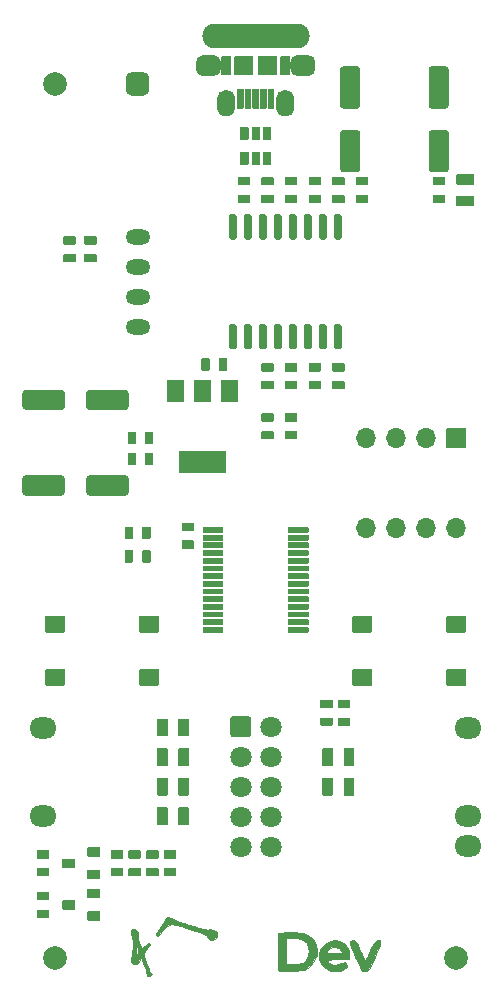
<source format=gbr>
%TF.GenerationSoftware,KiCad,Pcbnew,(5.1.10)-1*%
%TF.CreationDate,2021-10-19T08:52:40+02:00*%
%TF.ProjectId,EspOptoProg,4573704f-7074-46f5-9072-6f672e6b6963,rev?*%
%TF.SameCoordinates,Original*%
%TF.FileFunction,Soldermask,Top*%
%TF.FilePolarity,Negative*%
%FSLAX46Y46*%
G04 Gerber Fmt 4.6, Leading zero omitted, Abs format (unit mm)*
G04 Created by KiCad (PCBNEW (5.1.10)-1) date 2021-10-19 08:52:40*
%MOMM*%
%LPD*%
G01*
G04 APERTURE LIST*
%ADD10C,0.010000*%
%ADD11C,2.000000*%
%ADD12O,2.100000X1.300000*%
%ADD13O,1.700000X1.700000*%
%ADD14C,1.800000*%
%ADD15O,2.300000X1.800000*%
%ADD16O,9.100000X2.100000*%
%ADD17O,1.000000X1.650000*%
%ADD18O,1.400000X1.100000*%
G04 APERTURE END LIST*
D10*
%TO.C,LOGO2*%
G36*
X12848121Y6399510D02*
G01*
X13032471Y6296958D01*
X13230412Y6190430D01*
X13530816Y6067645D01*
X13871916Y5953604D01*
X13904000Y5944189D01*
X14329899Y5817600D01*
X14802023Y5672381D01*
X15162144Y5557987D01*
X15602198Y5436436D01*
X15939082Y5395762D01*
X16116805Y5408655D01*
X16425523Y5401957D01*
X16648656Y5292437D01*
X16765084Y5111202D01*
X16753685Y4889362D01*
X16613333Y4677333D01*
X16417381Y4533462D01*
X16227280Y4535096D01*
X16039505Y4639801D01*
X15899138Y4773966D01*
X15851333Y4878360D01*
X15776575Y4954621D01*
X15579843Y5054946D01*
X15302451Y5158559D01*
X15279833Y5165792D01*
X14599921Y5379884D01*
X14062306Y5546889D01*
X13648271Y5672141D01*
X13339101Y5760976D01*
X13116077Y5818729D01*
X12960482Y5850734D01*
X12853600Y5862326D01*
X12834906Y5862667D01*
X12631855Y5793146D01*
X12379622Y5603472D01*
X12110427Y5321972D01*
X11896039Y5037167D01*
X11745690Y4873780D01*
X11626916Y4873548D01*
X11565295Y4970164D01*
X11593028Y5100038D01*
X11721232Y5311569D01*
X11885452Y5519320D01*
X12084142Y5776886D01*
X12233740Y6021629D01*
X12295735Y6178989D01*
X12399266Y6369748D01*
X12595542Y6445200D01*
X12848121Y6399510D01*
G37*
X12848121Y6399510D02*
X13032471Y6296958D01*
X13230412Y6190430D01*
X13530816Y6067645D01*
X13871916Y5953604D01*
X13904000Y5944189D01*
X14329899Y5817600D01*
X14802023Y5672381D01*
X15162144Y5557987D01*
X15602198Y5436436D01*
X15939082Y5395762D01*
X16116805Y5408655D01*
X16425523Y5401957D01*
X16648656Y5292437D01*
X16765084Y5111202D01*
X16753685Y4889362D01*
X16613333Y4677333D01*
X16417381Y4533462D01*
X16227280Y4535096D01*
X16039505Y4639801D01*
X15899138Y4773966D01*
X15851333Y4878360D01*
X15776575Y4954621D01*
X15579843Y5054946D01*
X15302451Y5158559D01*
X15279833Y5165792D01*
X14599921Y5379884D01*
X14062306Y5546889D01*
X13648271Y5672141D01*
X13339101Y5760976D01*
X13116077Y5818729D01*
X12960482Y5850734D01*
X12853600Y5862326D01*
X12834906Y5862667D01*
X12631855Y5793146D01*
X12379622Y5603472D01*
X12110427Y5321972D01*
X11896039Y5037167D01*
X11745690Y4873780D01*
X11626916Y4873548D01*
X11565295Y4970164D01*
X11593028Y5100038D01*
X11721232Y5311569D01*
X11885452Y5519320D01*
X12084142Y5776886D01*
X12233740Y6021629D01*
X12295735Y6178989D01*
X12399266Y6369748D01*
X12595542Y6445200D01*
X12848121Y6399510D01*
G36*
X28439033Y4443852D02*
G01*
X28588263Y4231183D01*
X28645400Y4105833D01*
X28783732Y3785850D01*
X28928956Y3462755D01*
X28974428Y3365000D01*
X29091962Y3106329D01*
X29187434Y2880104D01*
X29205266Y2833738D01*
X29245745Y2762293D01*
X29297552Y2775452D01*
X29374862Y2892789D01*
X29491848Y3133878D01*
X29603753Y3384071D01*
X29802267Y3826818D01*
X29952539Y4136245D01*
X30070569Y4335704D01*
X30172353Y4448551D01*
X30273888Y4498140D01*
X30373618Y4508000D01*
X30492814Y4490602D01*
X30557779Y4425727D01*
X30564715Y4294354D01*
X30509818Y4077462D01*
X30389287Y3756030D01*
X30199322Y3311038D01*
X30081403Y3045834D01*
X29884349Y2609035D01*
X29739345Y2303003D01*
X29629799Y2103708D01*
X29539118Y1987121D01*
X29450710Y1929212D01*
X29347983Y1905951D01*
X29290337Y1900180D01*
X29143780Y1894364D01*
X29039088Y1928332D01*
X28947192Y2032353D01*
X28839026Y2236696D01*
X28721197Y2492847D01*
X28448207Y3101077D01*
X28242969Y3573157D01*
X28099635Y3925438D01*
X28012358Y4174273D01*
X27975289Y4336012D01*
X27982581Y4427009D01*
X28017610Y4460325D01*
X28259875Y4513988D01*
X28439033Y4443852D01*
G37*
X28439033Y4443852D02*
X28588263Y4231183D01*
X28645400Y4105833D01*
X28783732Y3785850D01*
X28928956Y3462755D01*
X28974428Y3365000D01*
X29091962Y3106329D01*
X29187434Y2880104D01*
X29205266Y2833738D01*
X29245745Y2762293D01*
X29297552Y2775452D01*
X29374862Y2892789D01*
X29491848Y3133878D01*
X29603753Y3384071D01*
X29802267Y3826818D01*
X29952539Y4136245D01*
X30070569Y4335704D01*
X30172353Y4448551D01*
X30273888Y4498140D01*
X30373618Y4508000D01*
X30492814Y4490602D01*
X30557779Y4425727D01*
X30564715Y4294354D01*
X30509818Y4077462D01*
X30389287Y3756030D01*
X30199322Y3311038D01*
X30081403Y3045834D01*
X29884349Y2609035D01*
X29739345Y2303003D01*
X29629799Y2103708D01*
X29539118Y1987121D01*
X29450710Y1929212D01*
X29347983Y1905951D01*
X29290337Y1900180D01*
X29143780Y1894364D01*
X29039088Y1928332D01*
X28947192Y2032353D01*
X28839026Y2236696D01*
X28721197Y2492847D01*
X28448207Y3101077D01*
X28242969Y3573157D01*
X28099635Y3925438D01*
X28012358Y4174273D01*
X27975289Y4336012D01*
X27982581Y4427009D01*
X28017610Y4460325D01*
X28259875Y4513988D01*
X28439033Y4443852D01*
G36*
X27093175Y4430104D02*
G01*
X27443350Y4227652D01*
X27723264Y3933933D01*
X27899194Y3583630D01*
X27939973Y3238000D01*
X27916333Y2941667D01*
X26961864Y2899333D01*
X26550114Y2880123D01*
X26282324Y2861619D01*
X26133283Y2837026D01*
X26077783Y2799551D01*
X26090616Y2742402D01*
X26134293Y2676311D01*
X26354208Y2501452D01*
X26668678Y2432467D01*
X27035683Y2475120D01*
X27201026Y2529956D01*
X27424483Y2613153D01*
X27548708Y2628069D01*
X27630140Y2573059D01*
X27674387Y2516167D01*
X27770214Y2353173D01*
X27752597Y2233607D01*
X27604722Y2108724D01*
X27514167Y2051739D01*
X27181648Y1927400D01*
X26770193Y1883725D01*
X26350259Y1921658D01*
X26012609Y2031632D01*
X25688552Y2281916D01*
X25469691Y2630153D01*
X25365640Y3034518D01*
X25386014Y3453184D01*
X25386822Y3455233D01*
X26011333Y3455233D01*
X26089362Y3433138D01*
X26296937Y3416435D01*
X26594291Y3407892D01*
X26698993Y3407333D01*
X27386654Y3407333D01*
X27261852Y3597833D01*
X27019296Y3845492D01*
X26726361Y3954252D01*
X26425105Y3911373D01*
X26200814Y3769214D01*
X26047856Y3582169D01*
X26011333Y3455233D01*
X25386822Y3455233D01*
X25540427Y3844329D01*
X25581662Y3906433D01*
X25856646Y4180587D01*
X26216684Y4390614D01*
X26592052Y4499310D01*
X26706460Y4506607D01*
X27093175Y4430104D01*
G37*
X27093175Y4430104D02*
X27443350Y4227652D01*
X27723264Y3933933D01*
X27899194Y3583630D01*
X27939973Y3238000D01*
X27916333Y2941667D01*
X26961864Y2899333D01*
X26550114Y2880123D01*
X26282324Y2861619D01*
X26133283Y2837026D01*
X26077783Y2799551D01*
X26090616Y2742402D01*
X26134293Y2676311D01*
X26354208Y2501452D01*
X26668678Y2432467D01*
X27035683Y2475120D01*
X27201026Y2529956D01*
X27424483Y2613153D01*
X27548708Y2628069D01*
X27630140Y2573059D01*
X27674387Y2516167D01*
X27770214Y2353173D01*
X27752597Y2233607D01*
X27604722Y2108724D01*
X27514167Y2051739D01*
X27181648Y1927400D01*
X26770193Y1883725D01*
X26350259Y1921658D01*
X26012609Y2031632D01*
X25688552Y2281916D01*
X25469691Y2630153D01*
X25365640Y3034518D01*
X25386014Y3453184D01*
X25386822Y3455233D01*
X26011333Y3455233D01*
X26089362Y3433138D01*
X26296937Y3416435D01*
X26594291Y3407892D01*
X26698993Y3407333D01*
X27386654Y3407333D01*
X27261852Y3597833D01*
X27019296Y3845492D01*
X26726361Y3954252D01*
X26425105Y3911373D01*
X26200814Y3769214D01*
X26047856Y3582169D01*
X26011333Y3455233D01*
X25386822Y3455233D01*
X25540427Y3844329D01*
X25581662Y3906433D01*
X25856646Y4180587D01*
X26216684Y4390614D01*
X26592052Y4499310D01*
X26706460Y4506607D01*
X27093175Y4430104D01*
G36*
X23712172Y5150980D02*
G01*
X24029945Y5114747D01*
X24128680Y5093373D01*
X24524235Y4898431D01*
X24846611Y4562290D01*
X25079604Y4103213D01*
X25120856Y3975278D01*
X25193251Y3687486D01*
X25206006Y3467541D01*
X25159377Y3224905D01*
X25123323Y3098412D01*
X24896436Y2615681D01*
X24534557Y2234413D01*
X24277426Y2068785D01*
X24083312Y2004883D01*
X23784585Y1953005D01*
X23419049Y1914511D01*
X23024509Y1890762D01*
X22638769Y1883119D01*
X22299632Y1892943D01*
X22044904Y1921596D01*
X21912388Y1970437D01*
X21903648Y1983326D01*
X21890375Y2102705D01*
X21881256Y2361823D01*
X21880058Y2458624D01*
X22540000Y2458624D01*
X23266613Y2488479D01*
X23623060Y2506665D01*
X23855658Y2535017D01*
X24009843Y2587660D01*
X24131052Y2678718D01*
X24235740Y2789756D01*
X24470871Y3164924D01*
X24540917Y3577121D01*
X24471279Y3949580D01*
X24331919Y4245839D01*
X24127621Y4449323D01*
X23828346Y4577093D01*
X23404054Y4646208D01*
X23221006Y4659668D01*
X22540000Y4699090D01*
X22540000Y2458624D01*
X21880058Y2458624D01*
X21876685Y2731130D01*
X21877055Y3181072D01*
X21881805Y3621847D01*
X21905000Y5143000D01*
X22836333Y5168207D01*
X23297745Y5169759D01*
X23712172Y5150980D01*
G37*
X23712172Y5150980D02*
X24029945Y5114747D01*
X24128680Y5093373D01*
X24524235Y4898431D01*
X24846611Y4562290D01*
X25079604Y4103213D01*
X25120856Y3975278D01*
X25193251Y3687486D01*
X25206006Y3467541D01*
X25159377Y3224905D01*
X25123323Y3098412D01*
X24896436Y2615681D01*
X24534557Y2234413D01*
X24277426Y2068785D01*
X24083312Y2004883D01*
X23784585Y1953005D01*
X23419049Y1914511D01*
X23024509Y1890762D01*
X22638769Y1883119D01*
X22299632Y1892943D01*
X22044904Y1921596D01*
X21912388Y1970437D01*
X21903648Y1983326D01*
X21890375Y2102705D01*
X21881256Y2361823D01*
X21880058Y2458624D01*
X22540000Y2458624D01*
X23266613Y2488479D01*
X23623060Y2506665D01*
X23855658Y2535017D01*
X24009843Y2587660D01*
X24131052Y2678718D01*
X24235740Y2789756D01*
X24470871Y3164924D01*
X24540917Y3577121D01*
X24471279Y3949580D01*
X24331919Y4245839D01*
X24127621Y4449323D01*
X23828346Y4577093D01*
X23404054Y4646208D01*
X23221006Y4659668D01*
X22540000Y4699090D01*
X22540000Y2458624D01*
X21880058Y2458624D01*
X21876685Y2731130D01*
X21877055Y3181072D01*
X21881805Y3621847D01*
X21905000Y5143000D01*
X22836333Y5168207D01*
X23297745Y5169759D01*
X23712172Y5150980D01*
G36*
X9884726Y5386968D02*
G01*
X10019996Y5230836D01*
X10031200Y5005809D01*
X10031483Y4854925D01*
X10070920Y4618393D01*
X10135889Y4346960D01*
X10212768Y4091372D01*
X10287936Y3902374D01*
X10346646Y3830667D01*
X10437178Y3886452D01*
X10583335Y4022724D01*
X10602000Y4042333D01*
X10785613Y4196198D01*
X10937152Y4252208D01*
X11019592Y4200128D01*
X11025333Y4159344D01*
X10973308Y4043580D01*
X10841713Y3859854D01*
X10764025Y3767074D01*
X10601894Y3558491D01*
X10541414Y3387126D01*
X10557297Y3178122D01*
X10560036Y3163230D01*
X10634118Y2885344D01*
X10746900Y2575725D01*
X10779011Y2501812D01*
X10877114Y2261209D01*
X10934500Y2072015D01*
X10940667Y2025346D01*
X11000594Y1872749D01*
X11067667Y1798667D01*
X11184394Y1641329D01*
X11158778Y1514439D01*
X11000187Y1460072D01*
X10992263Y1460000D01*
X10842275Y1495416D01*
X10764914Y1632834D01*
X10743407Y1735167D01*
X10688943Y1976736D01*
X10603089Y2273146D01*
X10500917Y2581663D01*
X10397496Y2859553D01*
X10307897Y3064083D01*
X10247191Y3152520D01*
X10243278Y3153333D01*
X10197162Y3079922D01*
X10178666Y2909700D01*
X10117023Y2648823D01*
X9938272Y2508707D01*
X9696953Y2491049D01*
X9529001Y2537328D01*
X9453362Y2660788D01*
X9431666Y2804266D01*
X9437832Y3025458D01*
X9489851Y3175175D01*
X9495166Y3181033D01*
X9537683Y3300620D01*
X9567003Y3531978D01*
X9583106Y3831328D01*
X9583287Y3851833D01*
X9848095Y3851833D01*
X9860741Y3547240D01*
X9903998Y3362521D01*
X9969348Y3313029D01*
X10048273Y3414114D01*
X10066591Y3458030D01*
X10071787Y3614419D01*
X10025831Y3856978D01*
X9987363Y3987197D01*
X9856190Y4381000D01*
X9848095Y3851833D01*
X9583287Y3851833D01*
X9585971Y4154891D01*
X9575577Y4458886D01*
X9551902Y4699533D01*
X9514925Y4833054D01*
X9495969Y4846667D01*
X9441109Y4920313D01*
X9430853Y5103035D01*
X9432469Y5121833D01*
X9480580Y5324245D01*
X9598296Y5412325D01*
X9665923Y5426208D01*
X9884726Y5386968D01*
G37*
X9884726Y5386968D02*
X10019996Y5230836D01*
X10031200Y5005809D01*
X10031483Y4854925D01*
X10070920Y4618393D01*
X10135889Y4346960D01*
X10212768Y4091372D01*
X10287936Y3902374D01*
X10346646Y3830667D01*
X10437178Y3886452D01*
X10583335Y4022724D01*
X10602000Y4042333D01*
X10785613Y4196198D01*
X10937152Y4252208D01*
X11019592Y4200128D01*
X11025333Y4159344D01*
X10973308Y4043580D01*
X10841713Y3859854D01*
X10764025Y3767074D01*
X10601894Y3558491D01*
X10541414Y3387126D01*
X10557297Y3178122D01*
X10560036Y3163230D01*
X10634118Y2885344D01*
X10746900Y2575725D01*
X10779011Y2501812D01*
X10877114Y2261209D01*
X10934500Y2072015D01*
X10940667Y2025346D01*
X11000594Y1872749D01*
X11067667Y1798667D01*
X11184394Y1641329D01*
X11158778Y1514439D01*
X11000187Y1460072D01*
X10992263Y1460000D01*
X10842275Y1495416D01*
X10764914Y1632834D01*
X10743407Y1735167D01*
X10688943Y1976736D01*
X10603089Y2273146D01*
X10500917Y2581663D01*
X10397496Y2859553D01*
X10307897Y3064083D01*
X10247191Y3152520D01*
X10243278Y3153333D01*
X10197162Y3079922D01*
X10178666Y2909700D01*
X10117023Y2648823D01*
X9938272Y2508707D01*
X9696953Y2491049D01*
X9529001Y2537328D01*
X9453362Y2660788D01*
X9431666Y2804266D01*
X9437832Y3025458D01*
X9489851Y3175175D01*
X9495166Y3181033D01*
X9537683Y3300620D01*
X9567003Y3531978D01*
X9583106Y3831328D01*
X9583287Y3851833D01*
X9848095Y3851833D01*
X9860741Y3547240D01*
X9903998Y3362521D01*
X9969348Y3313029D01*
X10048273Y3414114D01*
X10066591Y3458030D01*
X10071787Y3614419D01*
X10025831Y3856978D01*
X9987363Y3987197D01*
X9856190Y4381000D01*
X9848095Y3851833D01*
X9583287Y3851833D01*
X9585971Y4154891D01*
X9575577Y4458886D01*
X9551902Y4699533D01*
X9514925Y4833054D01*
X9495969Y4846667D01*
X9441109Y4920313D01*
X9430853Y5103035D01*
X9432469Y5121833D01*
X9480580Y5324245D01*
X9598296Y5412325D01*
X9665923Y5426208D01*
X9884726Y5386968D01*
%TD*%
%TO.C,U20*%
G36*
G01*
X26770000Y56675000D02*
X27120000Y56675000D01*
G75*
G02*
X27295000Y56500000I0J-175000D01*
G01*
X27295000Y54700000D01*
G75*
G02*
X27120000Y54525000I-175000J0D01*
G01*
X26770000Y54525000D01*
G75*
G02*
X26595000Y54700000I0J175000D01*
G01*
X26595000Y56500000D01*
G75*
G02*
X26770000Y56675000I175000J0D01*
G01*
G37*
G36*
G01*
X25500000Y56675000D02*
X25850000Y56675000D01*
G75*
G02*
X26025000Y56500000I0J-175000D01*
G01*
X26025000Y54700000D01*
G75*
G02*
X25850000Y54525000I-175000J0D01*
G01*
X25500000Y54525000D01*
G75*
G02*
X25325000Y54700000I0J175000D01*
G01*
X25325000Y56500000D01*
G75*
G02*
X25500000Y56675000I175000J0D01*
G01*
G37*
G36*
G01*
X24230000Y56675000D02*
X24580000Y56675000D01*
G75*
G02*
X24755000Y56500000I0J-175000D01*
G01*
X24755000Y54700000D01*
G75*
G02*
X24580000Y54525000I-175000J0D01*
G01*
X24230000Y54525000D01*
G75*
G02*
X24055000Y54700000I0J175000D01*
G01*
X24055000Y56500000D01*
G75*
G02*
X24230000Y56675000I175000J0D01*
G01*
G37*
G36*
G01*
X22960000Y56675000D02*
X23310000Y56675000D01*
G75*
G02*
X23485000Y56500000I0J-175000D01*
G01*
X23485000Y54700000D01*
G75*
G02*
X23310000Y54525000I-175000J0D01*
G01*
X22960000Y54525000D01*
G75*
G02*
X22785000Y54700000I0J175000D01*
G01*
X22785000Y56500000D01*
G75*
G02*
X22960000Y56675000I175000J0D01*
G01*
G37*
G36*
G01*
X21690000Y56675000D02*
X22040000Y56675000D01*
G75*
G02*
X22215000Y56500000I0J-175000D01*
G01*
X22215000Y54700000D01*
G75*
G02*
X22040000Y54525000I-175000J0D01*
G01*
X21690000Y54525000D01*
G75*
G02*
X21515000Y54700000I0J175000D01*
G01*
X21515000Y56500000D01*
G75*
G02*
X21690000Y56675000I175000J0D01*
G01*
G37*
G36*
G01*
X20420000Y56675000D02*
X20770000Y56675000D01*
G75*
G02*
X20945000Y56500000I0J-175000D01*
G01*
X20945000Y54700000D01*
G75*
G02*
X20770000Y54525000I-175000J0D01*
G01*
X20420000Y54525000D01*
G75*
G02*
X20245000Y54700000I0J175000D01*
G01*
X20245000Y56500000D01*
G75*
G02*
X20420000Y56675000I175000J0D01*
G01*
G37*
G36*
G01*
X19150000Y56675000D02*
X19500000Y56675000D01*
G75*
G02*
X19675000Y56500000I0J-175000D01*
G01*
X19675000Y54700000D01*
G75*
G02*
X19500000Y54525000I-175000J0D01*
G01*
X19150000Y54525000D01*
G75*
G02*
X18975000Y54700000I0J175000D01*
G01*
X18975000Y56500000D01*
G75*
G02*
X19150000Y56675000I175000J0D01*
G01*
G37*
G36*
G01*
X17880000Y56675000D02*
X18230000Y56675000D01*
G75*
G02*
X18405000Y56500000I0J-175000D01*
G01*
X18405000Y54700000D01*
G75*
G02*
X18230000Y54525000I-175000J0D01*
G01*
X17880000Y54525000D01*
G75*
G02*
X17705000Y54700000I0J175000D01*
G01*
X17705000Y56500000D01*
G75*
G02*
X17880000Y56675000I175000J0D01*
G01*
G37*
G36*
G01*
X17880000Y65975000D02*
X18230000Y65975000D01*
G75*
G02*
X18405000Y65800000I0J-175000D01*
G01*
X18405000Y64000000D01*
G75*
G02*
X18230000Y63825000I-175000J0D01*
G01*
X17880000Y63825000D01*
G75*
G02*
X17705000Y64000000I0J175000D01*
G01*
X17705000Y65800000D01*
G75*
G02*
X17880000Y65975000I175000J0D01*
G01*
G37*
G36*
G01*
X19150000Y65975000D02*
X19500000Y65975000D01*
G75*
G02*
X19675000Y65800000I0J-175000D01*
G01*
X19675000Y64000000D01*
G75*
G02*
X19500000Y63825000I-175000J0D01*
G01*
X19150000Y63825000D01*
G75*
G02*
X18975000Y64000000I0J175000D01*
G01*
X18975000Y65800000D01*
G75*
G02*
X19150000Y65975000I175000J0D01*
G01*
G37*
G36*
G01*
X20420000Y65975000D02*
X20770000Y65975000D01*
G75*
G02*
X20945000Y65800000I0J-175000D01*
G01*
X20945000Y64000000D01*
G75*
G02*
X20770000Y63825000I-175000J0D01*
G01*
X20420000Y63825000D01*
G75*
G02*
X20245000Y64000000I0J175000D01*
G01*
X20245000Y65800000D01*
G75*
G02*
X20420000Y65975000I175000J0D01*
G01*
G37*
G36*
G01*
X21690000Y65975000D02*
X22040000Y65975000D01*
G75*
G02*
X22215000Y65800000I0J-175000D01*
G01*
X22215000Y64000000D01*
G75*
G02*
X22040000Y63825000I-175000J0D01*
G01*
X21690000Y63825000D01*
G75*
G02*
X21515000Y64000000I0J175000D01*
G01*
X21515000Y65800000D01*
G75*
G02*
X21690000Y65975000I175000J0D01*
G01*
G37*
G36*
G01*
X22960000Y65975000D02*
X23310000Y65975000D01*
G75*
G02*
X23485000Y65800000I0J-175000D01*
G01*
X23485000Y64000000D01*
G75*
G02*
X23310000Y63825000I-175000J0D01*
G01*
X22960000Y63825000D01*
G75*
G02*
X22785000Y64000000I0J175000D01*
G01*
X22785000Y65800000D01*
G75*
G02*
X22960000Y65975000I175000J0D01*
G01*
G37*
G36*
G01*
X24230000Y65975000D02*
X24580000Y65975000D01*
G75*
G02*
X24755000Y65800000I0J-175000D01*
G01*
X24755000Y64000000D01*
G75*
G02*
X24580000Y63825000I-175000J0D01*
G01*
X24230000Y63825000D01*
G75*
G02*
X24055000Y64000000I0J175000D01*
G01*
X24055000Y65800000D01*
G75*
G02*
X24230000Y65975000I175000J0D01*
G01*
G37*
G36*
G01*
X25500000Y65975000D02*
X25850000Y65975000D01*
G75*
G02*
X26025000Y65800000I0J-175000D01*
G01*
X26025000Y64000000D01*
G75*
G02*
X25850000Y63825000I-175000J0D01*
G01*
X25500000Y63825000D01*
G75*
G02*
X25325000Y64000000I0J175000D01*
G01*
X25325000Y65800000D01*
G75*
G02*
X25500000Y65975000I175000J0D01*
G01*
G37*
G36*
G01*
X26770000Y65975000D02*
X27120000Y65975000D01*
G75*
G02*
X27295000Y65800000I0J-175000D01*
G01*
X27295000Y64000000D01*
G75*
G02*
X27120000Y63825000I-175000J0D01*
G01*
X26770000Y63825000D01*
G75*
G02*
X26595000Y64000000I0J175000D01*
G01*
X26595000Y65800000D01*
G75*
G02*
X26770000Y65975000I175000J0D01*
G01*
G37*
%TD*%
D11*
%TO.C,FID3*%
X37000000Y3000000D03*
%TD*%
%TO.C,FID2*%
X3000000Y3000000D03*
%TD*%
%TO.C,FID1*%
X3000000Y77000000D03*
%TD*%
%TO.C,U30*%
G36*
G01*
X17225000Y37675000D02*
X15575000Y37675000D01*
G75*
G02*
X15525000Y37725000I0J50000D01*
G01*
X15525000Y38125000D01*
G75*
G02*
X15575000Y38175000I50000J0D01*
G01*
X17225000Y38175000D01*
G75*
G02*
X17275000Y38125000I0J-50000D01*
G01*
X17275000Y37725000D01*
G75*
G02*
X17225000Y37675000I-50000J0D01*
G01*
G37*
G36*
G01*
X17225000Y38325000D02*
X15575000Y38325000D01*
G75*
G02*
X15525000Y38375000I0J50000D01*
G01*
X15525000Y38775000D01*
G75*
G02*
X15575000Y38825000I50000J0D01*
G01*
X17225000Y38825000D01*
G75*
G02*
X17275000Y38775000I0J-50000D01*
G01*
X17275000Y38375000D01*
G75*
G02*
X17225000Y38325000I-50000J0D01*
G01*
G37*
G36*
G01*
X17225000Y38975000D02*
X15575000Y38975000D01*
G75*
G02*
X15525000Y39025000I0J50000D01*
G01*
X15525000Y39425000D01*
G75*
G02*
X15575000Y39475000I50000J0D01*
G01*
X17225000Y39475000D01*
G75*
G02*
X17275000Y39425000I0J-50000D01*
G01*
X17275000Y39025000D01*
G75*
G02*
X17225000Y38975000I-50000J0D01*
G01*
G37*
G36*
G01*
X24425000Y38975000D02*
X22775000Y38975000D01*
G75*
G02*
X22725000Y39025000I0J50000D01*
G01*
X22725000Y39425000D01*
G75*
G02*
X22775000Y39475000I50000J0D01*
G01*
X24425000Y39475000D01*
G75*
G02*
X24475000Y39425000I0J-50000D01*
G01*
X24475000Y39025000D01*
G75*
G02*
X24425000Y38975000I-50000J0D01*
G01*
G37*
G36*
G01*
X24425000Y38325000D02*
X22775000Y38325000D01*
G75*
G02*
X22725000Y38375000I0J50000D01*
G01*
X22725000Y38775000D01*
G75*
G02*
X22775000Y38825000I50000J0D01*
G01*
X24425000Y38825000D01*
G75*
G02*
X24475000Y38775000I0J-50000D01*
G01*
X24475000Y38375000D01*
G75*
G02*
X24425000Y38325000I-50000J0D01*
G01*
G37*
G36*
G01*
X24425000Y37675000D02*
X22775000Y37675000D01*
G75*
G02*
X22725000Y37725000I0J50000D01*
G01*
X22725000Y38125000D01*
G75*
G02*
X22775000Y38175000I50000J0D01*
G01*
X24425000Y38175000D01*
G75*
G02*
X24475000Y38125000I0J-50000D01*
G01*
X24475000Y37725000D01*
G75*
G02*
X24425000Y37675000I-50000J0D01*
G01*
G37*
G36*
G01*
X24425000Y31825000D02*
X22775000Y31825000D01*
G75*
G02*
X22725000Y31875000I0J50000D01*
G01*
X22725000Y32275000D01*
G75*
G02*
X22775000Y32325000I50000J0D01*
G01*
X24425000Y32325000D01*
G75*
G02*
X24475000Y32275000I0J-50000D01*
G01*
X24475000Y31875000D01*
G75*
G02*
X24425000Y31825000I-50000J0D01*
G01*
G37*
G36*
G01*
X24425000Y31175000D02*
X22775000Y31175000D01*
G75*
G02*
X22725000Y31225000I0J50000D01*
G01*
X22725000Y31625000D01*
G75*
G02*
X22775000Y31675000I50000J0D01*
G01*
X24425000Y31675000D01*
G75*
G02*
X24475000Y31625000I0J-50000D01*
G01*
X24475000Y31225000D01*
G75*
G02*
X24425000Y31175000I-50000J0D01*
G01*
G37*
G36*
G01*
X24425000Y30525000D02*
X22775000Y30525000D01*
G75*
G02*
X22725000Y30575000I0J50000D01*
G01*
X22725000Y30975000D01*
G75*
G02*
X22775000Y31025000I50000J0D01*
G01*
X24425000Y31025000D01*
G75*
G02*
X24475000Y30975000I0J-50000D01*
G01*
X24475000Y30575000D01*
G75*
G02*
X24425000Y30525000I-50000J0D01*
G01*
G37*
G36*
G01*
X17225000Y30525000D02*
X15575000Y30525000D01*
G75*
G02*
X15525000Y30575000I0J50000D01*
G01*
X15525000Y30975000D01*
G75*
G02*
X15575000Y31025000I50000J0D01*
G01*
X17225000Y31025000D01*
G75*
G02*
X17275000Y30975000I0J-50000D01*
G01*
X17275000Y30575000D01*
G75*
G02*
X17225000Y30525000I-50000J0D01*
G01*
G37*
G36*
G01*
X17225000Y31175000D02*
X15575000Y31175000D01*
G75*
G02*
X15525000Y31225000I0J50000D01*
G01*
X15525000Y31625000D01*
G75*
G02*
X15575000Y31675000I50000J0D01*
G01*
X17225000Y31675000D01*
G75*
G02*
X17275000Y31625000I0J-50000D01*
G01*
X17275000Y31225000D01*
G75*
G02*
X17225000Y31175000I-50000J0D01*
G01*
G37*
G36*
G01*
X17225000Y31825000D02*
X15575000Y31825000D01*
G75*
G02*
X15525000Y31875000I0J50000D01*
G01*
X15525000Y32275000D01*
G75*
G02*
X15575000Y32325000I50000J0D01*
G01*
X17225000Y32325000D01*
G75*
G02*
X17275000Y32275000I0J-50000D01*
G01*
X17275000Y31875000D01*
G75*
G02*
X17225000Y31825000I-50000J0D01*
G01*
G37*
G36*
G01*
X17225000Y33125000D02*
X15575000Y33125000D01*
G75*
G02*
X15525000Y33175000I0J50000D01*
G01*
X15525000Y33575000D01*
G75*
G02*
X15575000Y33625000I50000J0D01*
G01*
X17225000Y33625000D01*
G75*
G02*
X17275000Y33575000I0J-50000D01*
G01*
X17275000Y33175000D01*
G75*
G02*
X17225000Y33125000I-50000J0D01*
G01*
G37*
G36*
G01*
X24425000Y37025000D02*
X22775000Y37025000D01*
G75*
G02*
X22725000Y37075000I0J50000D01*
G01*
X22725000Y37475000D01*
G75*
G02*
X22775000Y37525000I50000J0D01*
G01*
X24425000Y37525000D01*
G75*
G02*
X24475000Y37475000I0J-50000D01*
G01*
X24475000Y37075000D01*
G75*
G02*
X24425000Y37025000I-50000J0D01*
G01*
G37*
G36*
G01*
X17225000Y33775000D02*
X15575000Y33775000D01*
G75*
G02*
X15525000Y33825000I0J50000D01*
G01*
X15525000Y34225000D01*
G75*
G02*
X15575000Y34275000I50000J0D01*
G01*
X17225000Y34275000D01*
G75*
G02*
X17275000Y34225000I0J-50000D01*
G01*
X17275000Y33825000D01*
G75*
G02*
X17225000Y33775000I-50000J0D01*
G01*
G37*
G36*
G01*
X17225000Y34425000D02*
X15575000Y34425000D01*
G75*
G02*
X15525000Y34475000I0J50000D01*
G01*
X15525000Y34875000D01*
G75*
G02*
X15575000Y34925000I50000J0D01*
G01*
X17225000Y34925000D01*
G75*
G02*
X17275000Y34875000I0J-50000D01*
G01*
X17275000Y34475000D01*
G75*
G02*
X17225000Y34425000I-50000J0D01*
G01*
G37*
G36*
G01*
X17225000Y35075000D02*
X15575000Y35075000D01*
G75*
G02*
X15525000Y35125000I0J50000D01*
G01*
X15525000Y35525000D01*
G75*
G02*
X15575000Y35575000I50000J0D01*
G01*
X17225000Y35575000D01*
G75*
G02*
X17275000Y35525000I0J-50000D01*
G01*
X17275000Y35125000D01*
G75*
G02*
X17225000Y35075000I-50000J0D01*
G01*
G37*
G36*
G01*
X17225000Y35725000D02*
X15575000Y35725000D01*
G75*
G02*
X15525000Y35775000I0J50000D01*
G01*
X15525000Y36175000D01*
G75*
G02*
X15575000Y36225000I50000J0D01*
G01*
X17225000Y36225000D01*
G75*
G02*
X17275000Y36175000I0J-50000D01*
G01*
X17275000Y35775000D01*
G75*
G02*
X17225000Y35725000I-50000J0D01*
G01*
G37*
G36*
G01*
X17225000Y36375000D02*
X15575000Y36375000D01*
G75*
G02*
X15525000Y36425000I0J50000D01*
G01*
X15525000Y36825000D01*
G75*
G02*
X15575000Y36875000I50000J0D01*
G01*
X17225000Y36875000D01*
G75*
G02*
X17275000Y36825000I0J-50000D01*
G01*
X17275000Y36425000D01*
G75*
G02*
X17225000Y36375000I-50000J0D01*
G01*
G37*
G36*
G01*
X17225000Y37025000D02*
X15575000Y37025000D01*
G75*
G02*
X15525000Y37075000I0J50000D01*
G01*
X15525000Y37475000D01*
G75*
G02*
X15575000Y37525000I50000J0D01*
G01*
X17225000Y37525000D01*
G75*
G02*
X17275000Y37475000I0J-50000D01*
G01*
X17275000Y37075000D01*
G75*
G02*
X17225000Y37025000I-50000J0D01*
G01*
G37*
G36*
G01*
X24425000Y33775000D02*
X22775000Y33775000D01*
G75*
G02*
X22725000Y33825000I0J50000D01*
G01*
X22725000Y34225000D01*
G75*
G02*
X22775000Y34275000I50000J0D01*
G01*
X24425000Y34275000D01*
G75*
G02*
X24475000Y34225000I0J-50000D01*
G01*
X24475000Y33825000D01*
G75*
G02*
X24425000Y33775000I-50000J0D01*
G01*
G37*
G36*
G01*
X24425000Y33125000D02*
X22775000Y33125000D01*
G75*
G02*
X22725000Y33175000I0J50000D01*
G01*
X22725000Y33575000D01*
G75*
G02*
X22775000Y33625000I50000J0D01*
G01*
X24425000Y33625000D01*
G75*
G02*
X24475000Y33575000I0J-50000D01*
G01*
X24475000Y33175000D01*
G75*
G02*
X24425000Y33125000I-50000J0D01*
G01*
G37*
G36*
G01*
X24425000Y32475000D02*
X22775000Y32475000D01*
G75*
G02*
X22725000Y32525000I0J50000D01*
G01*
X22725000Y32925000D01*
G75*
G02*
X22775000Y32975000I50000J0D01*
G01*
X24425000Y32975000D01*
G75*
G02*
X24475000Y32925000I0J-50000D01*
G01*
X24475000Y32525000D01*
G75*
G02*
X24425000Y32475000I-50000J0D01*
G01*
G37*
G36*
G01*
X17225000Y32475000D02*
X15575000Y32475000D01*
G75*
G02*
X15525000Y32525000I0J50000D01*
G01*
X15525000Y32925000D01*
G75*
G02*
X15575000Y32975000I50000J0D01*
G01*
X17225000Y32975000D01*
G75*
G02*
X17275000Y32925000I0J-50000D01*
G01*
X17275000Y32525000D01*
G75*
G02*
X17225000Y32475000I-50000J0D01*
G01*
G37*
G36*
G01*
X24425000Y36375000D02*
X22775000Y36375000D01*
G75*
G02*
X22725000Y36425000I0J50000D01*
G01*
X22725000Y36825000D01*
G75*
G02*
X22775000Y36875000I50000J0D01*
G01*
X24425000Y36875000D01*
G75*
G02*
X24475000Y36825000I0J-50000D01*
G01*
X24475000Y36425000D01*
G75*
G02*
X24425000Y36375000I-50000J0D01*
G01*
G37*
G36*
G01*
X24425000Y35725000D02*
X22775000Y35725000D01*
G75*
G02*
X22725000Y35775000I0J50000D01*
G01*
X22725000Y36175000D01*
G75*
G02*
X22775000Y36225000I50000J0D01*
G01*
X24425000Y36225000D01*
G75*
G02*
X24475000Y36175000I0J-50000D01*
G01*
X24475000Y35775000D01*
G75*
G02*
X24425000Y35725000I-50000J0D01*
G01*
G37*
G36*
G01*
X24425000Y35075000D02*
X22775000Y35075000D01*
G75*
G02*
X22725000Y35125000I0J50000D01*
G01*
X22725000Y35525000D01*
G75*
G02*
X22775000Y35575000I50000J0D01*
G01*
X24425000Y35575000D01*
G75*
G02*
X24475000Y35525000I0J-50000D01*
G01*
X24475000Y35125000D01*
G75*
G02*
X24425000Y35075000I-50000J0D01*
G01*
G37*
G36*
G01*
X24425000Y34425000D02*
X22775000Y34425000D01*
G75*
G02*
X22725000Y34475000I0J50000D01*
G01*
X22725000Y34875000D01*
G75*
G02*
X22775000Y34925000I50000J0D01*
G01*
X24425000Y34925000D01*
G75*
G02*
X24475000Y34875000I0J-50000D01*
G01*
X24475000Y34475000D01*
G75*
G02*
X24425000Y34425000I-50000J0D01*
G01*
G37*
%TD*%
%TO.C,C53*%
G36*
G01*
X36084375Y74900000D02*
X34915625Y74900000D01*
G75*
G02*
X34650000Y75165625I0J265625D01*
G01*
X34650000Y78234375D01*
G75*
G02*
X34915625Y78500000I265625J0D01*
G01*
X36084375Y78500000D01*
G75*
G02*
X36350000Y78234375I0J-265625D01*
G01*
X36350000Y75165625D01*
G75*
G02*
X36084375Y74900000I-265625J0D01*
G01*
G37*
G36*
G01*
X36084375Y69500000D02*
X34915625Y69500000D01*
G75*
G02*
X34650000Y69765625I0J265625D01*
G01*
X34650000Y72834375D01*
G75*
G02*
X34915625Y73100000I265625J0D01*
G01*
X36084375Y73100000D01*
G75*
G02*
X36350000Y72834375I0J-265625D01*
G01*
X36350000Y69765625D01*
G75*
G02*
X36084375Y69500000I-265625J0D01*
G01*
G37*
%TD*%
D12*
%TO.C,U50*%
X10000000Y56440000D03*
X10000000Y58980000D03*
X10000000Y61520000D03*
X10000000Y64060000D03*
%TD*%
D13*
%TO.C,J30*%
X37000000Y39380000D03*
X29380000Y47000000D03*
X34460000Y39380000D03*
X31920000Y47000000D03*
X31920000Y39380000D03*
X34460000Y47000000D03*
X29380000Y39380000D03*
G36*
G01*
X36200000Y47850000D02*
X37800000Y47850000D01*
G75*
G02*
X37850000Y47800000I0J-50000D01*
G01*
X37850000Y46200000D01*
G75*
G02*
X37800000Y46150000I-50000J0D01*
G01*
X36200000Y46150000D01*
G75*
G02*
X36150000Y46200000I0J50000D01*
G01*
X36150000Y47800000D01*
G75*
G02*
X36200000Y47850000I50000J0D01*
G01*
G37*
%TD*%
D14*
%TO.C,J40*%
X21270000Y12420000D03*
X21270000Y14960000D03*
X21270000Y17500000D03*
X21270000Y20040000D03*
X21270000Y22580000D03*
X18730000Y12420000D03*
X18730000Y14960000D03*
X18730000Y17500000D03*
X18730000Y20040000D03*
G36*
G01*
X17830000Y21944705D02*
X17830000Y23215295D01*
G75*
G02*
X18094705Y23480000I264705J0D01*
G01*
X19365295Y23480000D01*
G75*
G02*
X19630000Y23215295I0J-264705D01*
G01*
X19630000Y21944705D01*
G75*
G02*
X19365295Y21680000I-264705J0D01*
G01*
X18094705Y21680000D01*
G75*
G02*
X17830000Y21944705I0J264705D01*
G01*
G37*
%TD*%
%TO.C,C57*%
G36*
G01*
X11100000Y39475000D02*
X11100000Y38525000D01*
G75*
G02*
X11050000Y38475000I-50000J0D01*
G01*
X10450000Y38475000D01*
G75*
G02*
X10400000Y38525000I0J50000D01*
G01*
X10400000Y39475000D01*
G75*
G02*
X10450000Y39525000I50000J0D01*
G01*
X11050000Y39525000D01*
G75*
G02*
X11100000Y39475000I0J-50000D01*
G01*
G37*
G36*
G01*
X9600000Y39475000D02*
X9600000Y38525000D01*
G75*
G02*
X9550000Y38475000I-50000J0D01*
G01*
X8950000Y38475000D01*
G75*
G02*
X8900000Y38525000I0J50000D01*
G01*
X8900000Y39475000D01*
G75*
G02*
X8950000Y39525000I50000J0D01*
G01*
X9550000Y39525000D01*
G75*
G02*
X9600000Y39475000I0J-50000D01*
G01*
G37*
%TD*%
%TO.C,C56*%
G36*
G01*
X11100000Y37475000D02*
X11100000Y36525000D01*
G75*
G02*
X11050000Y36475000I-50000J0D01*
G01*
X10450000Y36475000D01*
G75*
G02*
X10400000Y36525000I0J50000D01*
G01*
X10400000Y37475000D01*
G75*
G02*
X10450000Y37525000I50000J0D01*
G01*
X11050000Y37525000D01*
G75*
G02*
X11100000Y37475000I0J-50000D01*
G01*
G37*
G36*
G01*
X9600000Y37475000D02*
X9600000Y36525000D01*
G75*
G02*
X9550000Y36475000I-50000J0D01*
G01*
X8950000Y36475000D01*
G75*
G02*
X8900000Y36525000I0J50000D01*
G01*
X8900000Y37475000D01*
G75*
G02*
X8950000Y37525000I50000J0D01*
G01*
X9550000Y37525000D01*
G75*
G02*
X9600000Y37475000I0J-50000D01*
G01*
G37*
%TD*%
%TO.C,C55*%
G36*
G01*
X3850000Y43584375D02*
X3850000Y42415625D01*
G75*
G02*
X3584375Y42150000I-265625J0D01*
G01*
X515625Y42150000D01*
G75*
G02*
X250000Y42415625I0J265625D01*
G01*
X250000Y43584375D01*
G75*
G02*
X515625Y43850000I265625J0D01*
G01*
X3584375Y43850000D01*
G75*
G02*
X3850000Y43584375I0J-265625D01*
G01*
G37*
G36*
G01*
X9250000Y43584375D02*
X9250000Y42415625D01*
G75*
G02*
X8984375Y42150000I-265625J0D01*
G01*
X5915625Y42150000D01*
G75*
G02*
X5650000Y42415625I0J265625D01*
G01*
X5650000Y43584375D01*
G75*
G02*
X5915625Y43850000I265625J0D01*
G01*
X8984375Y43850000D01*
G75*
G02*
X9250000Y43584375I0J-265625D01*
G01*
G37*
%TD*%
%TO.C,C54*%
G36*
G01*
X3850000Y50834375D02*
X3850000Y49665625D01*
G75*
G02*
X3584375Y49400000I-265625J0D01*
G01*
X515625Y49400000D01*
G75*
G02*
X250000Y49665625I0J265625D01*
G01*
X250000Y50834375D01*
G75*
G02*
X515625Y51100000I265625J0D01*
G01*
X3584375Y51100000D01*
G75*
G02*
X3850000Y50834375I0J-265625D01*
G01*
G37*
G36*
G01*
X9250000Y50834375D02*
X9250000Y49665625D01*
G75*
G02*
X8984375Y49400000I-265625J0D01*
G01*
X5915625Y49400000D01*
G75*
G02*
X5650000Y49665625I0J265625D01*
G01*
X5650000Y50834375D01*
G75*
G02*
X5915625Y51100000I265625J0D01*
G01*
X8984375Y51100000D01*
G75*
G02*
X9250000Y50834375I0J-265625D01*
G01*
G37*
%TD*%
%TO.C,C52*%
G36*
G01*
X28584375Y74900000D02*
X27415625Y74900000D01*
G75*
G02*
X27150000Y75165625I0J265625D01*
G01*
X27150000Y78234375D01*
G75*
G02*
X27415625Y78500000I265625J0D01*
G01*
X28584375Y78500000D01*
G75*
G02*
X28850000Y78234375I0J-265625D01*
G01*
X28850000Y75165625D01*
G75*
G02*
X28584375Y74900000I-265625J0D01*
G01*
G37*
G36*
G01*
X28584375Y69500000D02*
X27415625Y69500000D01*
G75*
G02*
X27150000Y69765625I0J265625D01*
G01*
X27150000Y72834375D01*
G75*
G02*
X27415625Y73100000I265625J0D01*
G01*
X28584375Y73100000D01*
G75*
G02*
X28850000Y72834375I0J-265625D01*
G01*
X28850000Y69765625D01*
G75*
G02*
X28584375Y69500000I-265625J0D01*
G01*
G37*
%TD*%
D15*
%TO.C,TP45*%
X2000000Y15000000D03*
%TD*%
%TO.C,TP44*%
X2000000Y22500000D03*
%TD*%
%TO.C,T71*%
G36*
G01*
X6807020Y8052500D02*
X5806260Y8052500D01*
G75*
G02*
X5756260Y8102500I0J50000D01*
G01*
X5756260Y8802500D01*
G75*
G02*
X5806260Y8852500I50000J0D01*
G01*
X6807020Y8852500D01*
G75*
G02*
X6857020Y8802500I0J-50000D01*
G01*
X6857020Y8102500D01*
G75*
G02*
X6807020Y8052500I-50000J0D01*
G01*
G37*
G36*
G01*
X4693740Y7100000D02*
X3692980Y7100000D01*
G75*
G02*
X3642980Y7150000I0J50000D01*
G01*
X3642980Y7850000D01*
G75*
G02*
X3692980Y7900000I50000J0D01*
G01*
X4693740Y7900000D01*
G75*
G02*
X4743740Y7850000I0J-50000D01*
G01*
X4743740Y7150000D01*
G75*
G02*
X4693740Y7100000I-50000J0D01*
G01*
G37*
G36*
G01*
X6807020Y6147500D02*
X5806260Y6147500D01*
G75*
G02*
X5756260Y6197500I0J50000D01*
G01*
X5756260Y6897500D01*
G75*
G02*
X5806260Y6947500I50000J0D01*
G01*
X6807020Y6947500D01*
G75*
G02*
X6857020Y6897500I0J-50000D01*
G01*
X6857020Y6197500D01*
G75*
G02*
X6807020Y6147500I-50000J0D01*
G01*
G37*
%TD*%
%TO.C,T70*%
G36*
G01*
X6807020Y11552500D02*
X5806260Y11552500D01*
G75*
G02*
X5756260Y11602500I0J50000D01*
G01*
X5756260Y12302500D01*
G75*
G02*
X5806260Y12352500I50000J0D01*
G01*
X6807020Y12352500D01*
G75*
G02*
X6857020Y12302500I0J-50000D01*
G01*
X6857020Y11602500D01*
G75*
G02*
X6807020Y11552500I-50000J0D01*
G01*
G37*
G36*
G01*
X4693740Y10600000D02*
X3692980Y10600000D01*
G75*
G02*
X3642980Y10650000I0J50000D01*
G01*
X3642980Y11350000D01*
G75*
G02*
X3692980Y11400000I50000J0D01*
G01*
X4693740Y11400000D01*
G75*
G02*
X4743740Y11350000I0J-50000D01*
G01*
X4743740Y10650000D01*
G75*
G02*
X4693740Y10600000I-50000J0D01*
G01*
G37*
G36*
G01*
X6807020Y9647500D02*
X5806260Y9647500D01*
G75*
G02*
X5756260Y9697500I0J50000D01*
G01*
X5756260Y10397500D01*
G75*
G02*
X5806260Y10447500I50000J0D01*
G01*
X6807020Y10447500D01*
G75*
G02*
X6857020Y10397500I0J-50000D01*
G01*
X6857020Y9697500D01*
G75*
G02*
X6807020Y9647500I-50000J0D01*
G01*
G37*
%TD*%
%TO.C,SKIP1*%
G36*
G01*
X9000000Y76500000D02*
X9000000Y77500000D01*
G75*
G02*
X9500000Y78000000I500000J0D01*
G01*
X10500000Y78000000D01*
G75*
G02*
X11000000Y77500000I0J-500000D01*
G01*
X11000000Y76500000D01*
G75*
G02*
X10500000Y76000000I-500000J0D01*
G01*
X9500000Y76000000D01*
G75*
G02*
X9000000Y76500000I0J500000D01*
G01*
G37*
%TD*%
%TO.C,R76*%
G36*
G01*
X10225000Y11400000D02*
X9275000Y11400000D01*
G75*
G02*
X9225000Y11450000I0J50000D01*
G01*
X9225000Y12050000D01*
G75*
G02*
X9275000Y12100000I50000J0D01*
G01*
X10225000Y12100000D01*
G75*
G02*
X10275000Y12050000I0J-50000D01*
G01*
X10275000Y11450000D01*
G75*
G02*
X10225000Y11400000I-50000J0D01*
G01*
G37*
G36*
G01*
X10225000Y9900000D02*
X9275000Y9900000D01*
G75*
G02*
X9225000Y9950000I0J50000D01*
G01*
X9225000Y10550000D01*
G75*
G02*
X9275000Y10600000I50000J0D01*
G01*
X10225000Y10600000D01*
G75*
G02*
X10275000Y10550000I0J-50000D01*
G01*
X10275000Y9950000D01*
G75*
G02*
X10225000Y9900000I-50000J0D01*
G01*
G37*
%TD*%
%TO.C,R75*%
G36*
G01*
X1525000Y7100000D02*
X2475000Y7100000D01*
G75*
G02*
X2525000Y7050000I0J-50000D01*
G01*
X2525000Y6450000D01*
G75*
G02*
X2475000Y6400000I-50000J0D01*
G01*
X1525000Y6400000D01*
G75*
G02*
X1475000Y6450000I0J50000D01*
G01*
X1475000Y7050000D01*
G75*
G02*
X1525000Y7100000I50000J0D01*
G01*
G37*
G36*
G01*
X1525000Y8600000D02*
X2475000Y8600000D01*
G75*
G02*
X2525000Y8550000I0J-50000D01*
G01*
X2525000Y7950000D01*
G75*
G02*
X2475000Y7900000I-50000J0D01*
G01*
X1525000Y7900000D01*
G75*
G02*
X1475000Y7950000I0J50000D01*
G01*
X1475000Y8550000D01*
G75*
G02*
X1525000Y8600000I50000J0D01*
G01*
G37*
%TD*%
%TO.C,R74*%
G36*
G01*
X13225000Y11400000D02*
X12275000Y11400000D01*
G75*
G02*
X12225000Y11450000I0J50000D01*
G01*
X12225000Y12050000D01*
G75*
G02*
X12275000Y12100000I50000J0D01*
G01*
X13225000Y12100000D01*
G75*
G02*
X13275000Y12050000I0J-50000D01*
G01*
X13275000Y11450000D01*
G75*
G02*
X13225000Y11400000I-50000J0D01*
G01*
G37*
G36*
G01*
X13225000Y9900000D02*
X12275000Y9900000D01*
G75*
G02*
X12225000Y9950000I0J50000D01*
G01*
X12225000Y10550000D01*
G75*
G02*
X12275000Y10600000I50000J0D01*
G01*
X13225000Y10600000D01*
G75*
G02*
X13275000Y10550000I0J-50000D01*
G01*
X13275000Y9950000D01*
G75*
G02*
X13225000Y9900000I-50000J0D01*
G01*
G37*
%TD*%
%TO.C,R73*%
G36*
G01*
X1525000Y10600000D02*
X2475000Y10600000D01*
G75*
G02*
X2525000Y10550000I0J-50000D01*
G01*
X2525000Y9950000D01*
G75*
G02*
X2475000Y9900000I-50000J0D01*
G01*
X1525000Y9900000D01*
G75*
G02*
X1475000Y9950000I0J50000D01*
G01*
X1475000Y10550000D01*
G75*
G02*
X1525000Y10600000I50000J0D01*
G01*
G37*
G36*
G01*
X1525000Y12100000D02*
X2475000Y12100000D01*
G75*
G02*
X2525000Y12050000I0J-50000D01*
G01*
X2525000Y11450000D01*
G75*
G02*
X2475000Y11400000I-50000J0D01*
G01*
X1525000Y11400000D01*
G75*
G02*
X1475000Y11450000I0J50000D01*
G01*
X1475000Y12050000D01*
G75*
G02*
X1525000Y12100000I50000J0D01*
G01*
G37*
%TD*%
%TO.C,D74*%
G36*
G01*
X13450000Y19300000D02*
X13450000Y20700000D01*
G75*
G02*
X13500000Y20750000I50000J0D01*
G01*
X14300000Y20750000D01*
G75*
G02*
X14350000Y20700000I0J-50000D01*
G01*
X14350000Y19300000D01*
G75*
G02*
X14300000Y19250000I-50000J0D01*
G01*
X13500000Y19250000D01*
G75*
G02*
X13450000Y19300000I0J50000D01*
G01*
G37*
G36*
G01*
X11650000Y19300000D02*
X11650000Y20700000D01*
G75*
G02*
X11700000Y20750000I50000J0D01*
G01*
X12500000Y20750000D01*
G75*
G02*
X12550000Y20700000I0J-50000D01*
G01*
X12550000Y19300000D01*
G75*
G02*
X12500000Y19250000I-50000J0D01*
G01*
X11700000Y19250000D01*
G75*
G02*
X11650000Y19300000I0J50000D01*
G01*
G37*
%TD*%
%TO.C,D73*%
G36*
G01*
X13450000Y16800000D02*
X13450000Y18200000D01*
G75*
G02*
X13500000Y18250000I50000J0D01*
G01*
X14300000Y18250000D01*
G75*
G02*
X14350000Y18200000I0J-50000D01*
G01*
X14350000Y16800000D01*
G75*
G02*
X14300000Y16750000I-50000J0D01*
G01*
X13500000Y16750000D01*
G75*
G02*
X13450000Y16800000I0J50000D01*
G01*
G37*
G36*
G01*
X11650000Y16800000D02*
X11650000Y18200000D01*
G75*
G02*
X11700000Y18250000I50000J0D01*
G01*
X12500000Y18250000D01*
G75*
G02*
X12550000Y18200000I0J-50000D01*
G01*
X12550000Y16800000D01*
G75*
G02*
X12500000Y16750000I-50000J0D01*
G01*
X11700000Y16750000D01*
G75*
G02*
X11650000Y16800000I0J50000D01*
G01*
G37*
%TD*%
%TO.C,TP43*%
X38000000Y12500000D03*
%TD*%
%TO.C,TP42*%
X38000000Y15000000D03*
%TD*%
%TO.C,TP41*%
X38000000Y22500000D03*
%TD*%
%TO.C,U60*%
G36*
G01*
X17449920Y45900690D02*
X17449920Y44099830D01*
G75*
G02*
X17399920Y44049830I-50000J0D01*
G01*
X13600080Y44049830D01*
G75*
G02*
X13550080Y44099830I0J50000D01*
G01*
X13550080Y45900690D01*
G75*
G02*
X13600080Y45950690I50000J0D01*
G01*
X17399920Y45950690D01*
G75*
G02*
X17449920Y45900690I0J-50000D01*
G01*
G37*
G36*
G01*
X13899000Y51900170D02*
X13899000Y50099310D01*
G75*
G02*
X13849000Y50049310I-50000J0D01*
G01*
X12548520Y50049310D01*
G75*
G02*
X12498520Y50099310I0J50000D01*
G01*
X12498520Y51900170D01*
G75*
G02*
X12548520Y51950170I50000J0D01*
G01*
X13849000Y51950170D01*
G75*
G02*
X13899000Y51900170I0J-50000D01*
G01*
G37*
G36*
G01*
X16200240Y51900170D02*
X16200240Y50099310D01*
G75*
G02*
X16150240Y50049310I-50000J0D01*
G01*
X14849760Y50049310D01*
G75*
G02*
X14799760Y50099310I0J50000D01*
G01*
X14799760Y51900170D01*
G75*
G02*
X14849760Y51950170I50000J0D01*
G01*
X16150240Y51950170D01*
G75*
G02*
X16200240Y51900170I0J-50000D01*
G01*
G37*
G36*
G01*
X18501480Y51900170D02*
X18501480Y50099310D01*
G75*
G02*
X18451480Y50049310I-50000J0D01*
G01*
X17151000Y50049310D01*
G75*
G02*
X17101000Y50099310I0J50000D01*
G01*
X17101000Y51900170D01*
G75*
G02*
X17151000Y51950170I50000J0D01*
G01*
X18451480Y51950170D01*
G75*
G02*
X18501480Y51900170I0J-50000D01*
G01*
G37*
%TD*%
%TO.C,R72*%
G36*
G01*
X8725000Y11400000D02*
X7775000Y11400000D01*
G75*
G02*
X7725000Y11450000I0J50000D01*
G01*
X7725000Y12050000D01*
G75*
G02*
X7775000Y12100000I50000J0D01*
G01*
X8725000Y12100000D01*
G75*
G02*
X8775000Y12050000I0J-50000D01*
G01*
X8775000Y11450000D01*
G75*
G02*
X8725000Y11400000I-50000J0D01*
G01*
G37*
G36*
G01*
X8725000Y9900000D02*
X7775000Y9900000D01*
G75*
G02*
X7725000Y9950000I0J50000D01*
G01*
X7725000Y10550000D01*
G75*
G02*
X7775000Y10600000I50000J0D01*
G01*
X8725000Y10600000D01*
G75*
G02*
X8775000Y10550000I0J-50000D01*
G01*
X8775000Y9950000D01*
G75*
G02*
X8725000Y9900000I-50000J0D01*
G01*
G37*
%TD*%
%TO.C,R71*%
G36*
G01*
X11725000Y11400000D02*
X10775000Y11400000D01*
G75*
G02*
X10725000Y11450000I0J50000D01*
G01*
X10725000Y12050000D01*
G75*
G02*
X10775000Y12100000I50000J0D01*
G01*
X11725000Y12100000D01*
G75*
G02*
X11775000Y12050000I0J-50000D01*
G01*
X11775000Y11450000D01*
G75*
G02*
X11725000Y11400000I-50000J0D01*
G01*
G37*
G36*
G01*
X11725000Y9900000D02*
X10775000Y9900000D01*
G75*
G02*
X10725000Y9950000I0J50000D01*
G01*
X10725000Y10550000D01*
G75*
G02*
X10775000Y10600000I50000J0D01*
G01*
X11725000Y10600000D01*
G75*
G02*
X11775000Y10550000I0J-50000D01*
G01*
X11775000Y9950000D01*
G75*
G02*
X11725000Y9900000I-50000J0D01*
G01*
G37*
%TD*%
%TO.C,R70*%
G36*
G01*
X35975000Y68400000D02*
X35025000Y68400000D01*
G75*
G02*
X34975000Y68450000I0J50000D01*
G01*
X34975000Y69050000D01*
G75*
G02*
X35025000Y69100000I50000J0D01*
G01*
X35975000Y69100000D01*
G75*
G02*
X36025000Y69050000I0J-50000D01*
G01*
X36025000Y68450000D01*
G75*
G02*
X35975000Y68400000I-50000J0D01*
G01*
G37*
G36*
G01*
X35975000Y66900000D02*
X35025000Y66900000D01*
G75*
G02*
X34975000Y66950000I0J50000D01*
G01*
X34975000Y67550000D01*
G75*
G02*
X35025000Y67600000I50000J0D01*
G01*
X35975000Y67600000D01*
G75*
G02*
X36025000Y67550000I0J-50000D01*
G01*
X36025000Y66950000D01*
G75*
G02*
X35975000Y66900000I-50000J0D01*
G01*
G37*
%TD*%
%TO.C,R33*%
G36*
G01*
X26475000Y24150000D02*
X25525000Y24150000D01*
G75*
G02*
X25475000Y24200000I0J50000D01*
G01*
X25475000Y24800000D01*
G75*
G02*
X25525000Y24850000I50000J0D01*
G01*
X26475000Y24850000D01*
G75*
G02*
X26525000Y24800000I0J-50000D01*
G01*
X26525000Y24200000D01*
G75*
G02*
X26475000Y24150000I-50000J0D01*
G01*
G37*
G36*
G01*
X26475000Y22650000D02*
X25525000Y22650000D01*
G75*
G02*
X25475000Y22700000I0J50000D01*
G01*
X25475000Y23300000D01*
G75*
G02*
X25525000Y23350000I50000J0D01*
G01*
X26475000Y23350000D01*
G75*
G02*
X26525000Y23300000I0J-50000D01*
G01*
X26525000Y22700000D01*
G75*
G02*
X26475000Y22650000I-50000J0D01*
G01*
G37*
%TD*%
%TO.C,R32*%
G36*
G01*
X27975000Y24150000D02*
X27025000Y24150000D01*
G75*
G02*
X26975000Y24200000I0J50000D01*
G01*
X26975000Y24800000D01*
G75*
G02*
X27025000Y24850000I50000J0D01*
G01*
X27975000Y24850000D01*
G75*
G02*
X28025000Y24800000I0J-50000D01*
G01*
X28025000Y24200000D01*
G75*
G02*
X27975000Y24150000I-50000J0D01*
G01*
G37*
G36*
G01*
X27975000Y22650000D02*
X27025000Y22650000D01*
G75*
G02*
X26975000Y22700000I0J50000D01*
G01*
X26975000Y23300000D01*
G75*
G02*
X27025000Y23350000I50000J0D01*
G01*
X27975000Y23350000D01*
G75*
G02*
X28025000Y23300000I0J-50000D01*
G01*
X28025000Y22700000D01*
G75*
G02*
X27975000Y22650000I-50000J0D01*
G01*
G37*
%TD*%
%TO.C,R31*%
G36*
G01*
X21475000Y48400000D02*
X20525000Y48400000D01*
G75*
G02*
X20475000Y48450000I0J50000D01*
G01*
X20475000Y49050000D01*
G75*
G02*
X20525000Y49100000I50000J0D01*
G01*
X21475000Y49100000D01*
G75*
G02*
X21525000Y49050000I0J-50000D01*
G01*
X21525000Y48450000D01*
G75*
G02*
X21475000Y48400000I-50000J0D01*
G01*
G37*
G36*
G01*
X21475000Y46900000D02*
X20525000Y46900000D01*
G75*
G02*
X20475000Y46950000I0J50000D01*
G01*
X20475000Y47550000D01*
G75*
G02*
X20525000Y47600000I50000J0D01*
G01*
X21475000Y47600000D01*
G75*
G02*
X21525000Y47550000I0J-50000D01*
G01*
X21525000Y46950000D01*
G75*
G02*
X21475000Y46900000I-50000J0D01*
G01*
G37*
%TD*%
%TO.C,R30*%
G36*
G01*
X22525000Y47600000D02*
X23475000Y47600000D01*
G75*
G02*
X23525000Y47550000I0J-50000D01*
G01*
X23525000Y46950000D01*
G75*
G02*
X23475000Y46900000I-50000J0D01*
G01*
X22525000Y46900000D01*
G75*
G02*
X22475000Y46950000I0J50000D01*
G01*
X22475000Y47550000D01*
G75*
G02*
X22525000Y47600000I50000J0D01*
G01*
G37*
G36*
G01*
X22525000Y49100000D02*
X23475000Y49100000D01*
G75*
G02*
X23525000Y49050000I0J-50000D01*
G01*
X23525000Y48450000D01*
G75*
G02*
X23475000Y48400000I-50000J0D01*
G01*
X22525000Y48400000D01*
G75*
G02*
X22475000Y48450000I0J50000D01*
G01*
X22475000Y49050000D01*
G75*
G02*
X22525000Y49100000I50000J0D01*
G01*
G37*
%TD*%
%TO.C,R27*%
G36*
G01*
X27475000Y52650000D02*
X26525000Y52650000D01*
G75*
G02*
X26475000Y52700000I0J50000D01*
G01*
X26475000Y53300000D01*
G75*
G02*
X26525000Y53350000I50000J0D01*
G01*
X27475000Y53350000D01*
G75*
G02*
X27525000Y53300000I0J-50000D01*
G01*
X27525000Y52700000D01*
G75*
G02*
X27475000Y52650000I-50000J0D01*
G01*
G37*
G36*
G01*
X27475000Y51150000D02*
X26525000Y51150000D01*
G75*
G02*
X26475000Y51200000I0J50000D01*
G01*
X26475000Y51800000D01*
G75*
G02*
X26525000Y51850000I50000J0D01*
G01*
X27475000Y51850000D01*
G75*
G02*
X27525000Y51800000I0J-50000D01*
G01*
X27525000Y51200000D01*
G75*
G02*
X27475000Y51150000I-50000J0D01*
G01*
G37*
%TD*%
%TO.C,R26*%
G36*
G01*
X24525000Y51850000D02*
X25475000Y51850000D01*
G75*
G02*
X25525000Y51800000I0J-50000D01*
G01*
X25525000Y51200000D01*
G75*
G02*
X25475000Y51150000I-50000J0D01*
G01*
X24525000Y51150000D01*
G75*
G02*
X24475000Y51200000I0J50000D01*
G01*
X24475000Y51800000D01*
G75*
G02*
X24525000Y51850000I50000J0D01*
G01*
G37*
G36*
G01*
X24525000Y53350000D02*
X25475000Y53350000D01*
G75*
G02*
X25525000Y53300000I0J-50000D01*
G01*
X25525000Y52700000D01*
G75*
G02*
X25475000Y52650000I-50000J0D01*
G01*
X24525000Y52650000D01*
G75*
G02*
X24475000Y52700000I0J50000D01*
G01*
X24475000Y53300000D01*
G75*
G02*
X24525000Y53350000I50000J0D01*
G01*
G37*
%TD*%
%TO.C,R25*%
G36*
G01*
X21475000Y52650000D02*
X20525000Y52650000D01*
G75*
G02*
X20475000Y52700000I0J50000D01*
G01*
X20475000Y53300000D01*
G75*
G02*
X20525000Y53350000I50000J0D01*
G01*
X21475000Y53350000D01*
G75*
G02*
X21525000Y53300000I0J-50000D01*
G01*
X21525000Y52700000D01*
G75*
G02*
X21475000Y52650000I-50000J0D01*
G01*
G37*
G36*
G01*
X21475000Y51150000D02*
X20525000Y51150000D01*
G75*
G02*
X20475000Y51200000I0J50000D01*
G01*
X20475000Y51800000D01*
G75*
G02*
X20525000Y51850000I50000J0D01*
G01*
X21475000Y51850000D01*
G75*
G02*
X21525000Y51800000I0J-50000D01*
G01*
X21525000Y51200000D01*
G75*
G02*
X21475000Y51150000I-50000J0D01*
G01*
G37*
%TD*%
%TO.C,R24*%
G36*
G01*
X22525000Y51850000D02*
X23475000Y51850000D01*
G75*
G02*
X23525000Y51800000I0J-50000D01*
G01*
X23525000Y51200000D01*
G75*
G02*
X23475000Y51150000I-50000J0D01*
G01*
X22525000Y51150000D01*
G75*
G02*
X22475000Y51200000I0J50000D01*
G01*
X22475000Y51800000D01*
G75*
G02*
X22525000Y51850000I50000J0D01*
G01*
G37*
G36*
G01*
X22525000Y53350000D02*
X23475000Y53350000D01*
G75*
G02*
X23525000Y53300000I0J-50000D01*
G01*
X23525000Y52700000D01*
G75*
G02*
X23475000Y52650000I-50000J0D01*
G01*
X22525000Y52650000D01*
G75*
G02*
X22475000Y52700000I0J50000D01*
G01*
X22475000Y53300000D01*
G75*
G02*
X22525000Y53350000I50000J0D01*
G01*
G37*
%TD*%
%TO.C,R23*%
G36*
G01*
X24525000Y67600000D02*
X25475000Y67600000D01*
G75*
G02*
X25525000Y67550000I0J-50000D01*
G01*
X25525000Y66950000D01*
G75*
G02*
X25475000Y66900000I-50000J0D01*
G01*
X24525000Y66900000D01*
G75*
G02*
X24475000Y66950000I0J50000D01*
G01*
X24475000Y67550000D01*
G75*
G02*
X24525000Y67600000I50000J0D01*
G01*
G37*
G36*
G01*
X24525000Y69100000D02*
X25475000Y69100000D01*
G75*
G02*
X25525000Y69050000I0J-50000D01*
G01*
X25525000Y68450000D01*
G75*
G02*
X25475000Y68400000I-50000J0D01*
G01*
X24525000Y68400000D01*
G75*
G02*
X24475000Y68450000I0J50000D01*
G01*
X24475000Y69050000D01*
G75*
G02*
X24525000Y69100000I50000J0D01*
G01*
G37*
%TD*%
%TO.C,R22*%
G36*
G01*
X23475000Y68400000D02*
X22525000Y68400000D01*
G75*
G02*
X22475000Y68450000I0J50000D01*
G01*
X22475000Y69050000D01*
G75*
G02*
X22525000Y69100000I50000J0D01*
G01*
X23475000Y69100000D01*
G75*
G02*
X23525000Y69050000I0J-50000D01*
G01*
X23525000Y68450000D01*
G75*
G02*
X23475000Y68400000I-50000J0D01*
G01*
G37*
G36*
G01*
X23475000Y66900000D02*
X22525000Y66900000D01*
G75*
G02*
X22475000Y66950000I0J50000D01*
G01*
X22475000Y67550000D01*
G75*
G02*
X22525000Y67600000I50000J0D01*
G01*
X23475000Y67600000D01*
G75*
G02*
X23525000Y67550000I0J-50000D01*
G01*
X23525000Y66950000D01*
G75*
G02*
X23475000Y66900000I-50000J0D01*
G01*
G37*
%TD*%
%TO.C,R21*%
G36*
G01*
X28525000Y67600000D02*
X29475000Y67600000D01*
G75*
G02*
X29525000Y67550000I0J-50000D01*
G01*
X29525000Y66950000D01*
G75*
G02*
X29475000Y66900000I-50000J0D01*
G01*
X28525000Y66900000D01*
G75*
G02*
X28475000Y66950000I0J50000D01*
G01*
X28475000Y67550000D01*
G75*
G02*
X28525000Y67600000I50000J0D01*
G01*
G37*
G36*
G01*
X28525000Y69100000D02*
X29475000Y69100000D01*
G75*
G02*
X29525000Y69050000I0J-50000D01*
G01*
X29525000Y68450000D01*
G75*
G02*
X29475000Y68400000I-50000J0D01*
G01*
X28525000Y68400000D01*
G75*
G02*
X28475000Y68450000I0J50000D01*
G01*
X28475000Y69050000D01*
G75*
G02*
X28525000Y69100000I50000J0D01*
G01*
G37*
%TD*%
%TO.C,R20*%
G36*
G01*
X27475000Y68400000D02*
X26525000Y68400000D01*
G75*
G02*
X26475000Y68450000I0J50000D01*
G01*
X26475000Y69050000D01*
G75*
G02*
X26525000Y69100000I50000J0D01*
G01*
X27475000Y69100000D01*
G75*
G02*
X27525000Y69050000I0J-50000D01*
G01*
X27525000Y68450000D01*
G75*
G02*
X27475000Y68400000I-50000J0D01*
G01*
G37*
G36*
G01*
X27475000Y66900000D02*
X26525000Y66900000D01*
G75*
G02*
X26475000Y66950000I0J50000D01*
G01*
X26475000Y67550000D01*
G75*
G02*
X26525000Y67600000I50000J0D01*
G01*
X27475000Y67600000D01*
G75*
G02*
X27525000Y67550000I0J-50000D01*
G01*
X27525000Y66950000D01*
G75*
G02*
X27475000Y66900000I-50000J0D01*
G01*
G37*
%TD*%
%TO.C,R11*%
G36*
G01*
X18525000Y67600000D02*
X19475000Y67600000D01*
G75*
G02*
X19525000Y67550000I0J-50000D01*
G01*
X19525000Y66950000D01*
G75*
G02*
X19475000Y66900000I-50000J0D01*
G01*
X18525000Y66900000D01*
G75*
G02*
X18475000Y66950000I0J50000D01*
G01*
X18475000Y67550000D01*
G75*
G02*
X18525000Y67600000I50000J0D01*
G01*
G37*
G36*
G01*
X18525000Y69100000D02*
X19475000Y69100000D01*
G75*
G02*
X19525000Y69050000I0J-50000D01*
G01*
X19525000Y68450000D01*
G75*
G02*
X19475000Y68400000I-50000J0D01*
G01*
X18525000Y68400000D01*
G75*
G02*
X18475000Y68450000I0J50000D01*
G01*
X18475000Y69050000D01*
G75*
G02*
X18525000Y69100000I50000J0D01*
G01*
G37*
%TD*%
%TO.C,R10*%
G36*
G01*
X20525000Y67600000D02*
X21475000Y67600000D01*
G75*
G02*
X21525000Y67550000I0J-50000D01*
G01*
X21525000Y66950000D01*
G75*
G02*
X21475000Y66900000I-50000J0D01*
G01*
X20525000Y66900000D01*
G75*
G02*
X20475000Y66950000I0J50000D01*
G01*
X20475000Y67550000D01*
G75*
G02*
X20525000Y67600000I50000J0D01*
G01*
G37*
G36*
G01*
X20525000Y69100000D02*
X21475000Y69100000D01*
G75*
G02*
X21525000Y69050000I0J-50000D01*
G01*
X21525000Y68450000D01*
G75*
G02*
X21475000Y68400000I-50000J0D01*
G01*
X20525000Y68400000D01*
G75*
G02*
X20475000Y68450000I0J50000D01*
G01*
X20475000Y69050000D01*
G75*
G02*
X20525000Y69100000I50000J0D01*
G01*
G37*
%TD*%
D16*
%TO.C,K10*%
X20000000Y81050000D03*
G36*
G01*
X25050000Y78875500D02*
X25050000Y78224500D01*
G75*
G02*
X24500500Y77675000I-549500J0D01*
G01*
X23499500Y77675000D01*
G75*
G02*
X22950000Y78224500I0J549500D01*
G01*
X22950000Y78875500D01*
G75*
G02*
X23499500Y79425000I549500J0D01*
G01*
X24500500Y79425000D01*
G75*
G02*
X25050000Y78875500I0J-549500D01*
G01*
G37*
G36*
G01*
X17050000Y78875500D02*
X17050000Y78224500D01*
G75*
G02*
X16500500Y77675000I-549500J0D01*
G01*
X15499500Y77675000D01*
G75*
G02*
X14950000Y78224500I0J549500D01*
G01*
X14950000Y78875500D01*
G75*
G02*
X15499500Y79425000I549500J0D01*
G01*
X16500500Y79425000D01*
G75*
G02*
X17050000Y78875500I0J-549500D01*
G01*
G37*
G36*
G01*
X23250000Y75850000D02*
X23250000Y74850000D01*
G75*
G02*
X22650000Y74250000I-600000J0D01*
G01*
X22350000Y74250000D01*
G75*
G02*
X21750000Y74850000I0J600000D01*
G01*
X21750000Y75850000D01*
G75*
G02*
X22350000Y76450000I600000J0D01*
G01*
X22650000Y76450000D01*
G75*
G02*
X23250000Y75850000I0J-600000D01*
G01*
G37*
G36*
G01*
X18250000Y75850000D02*
X18250000Y74850000D01*
G75*
G02*
X17650000Y74250000I-600000J0D01*
G01*
X17350000Y74250000D01*
G75*
G02*
X16750000Y74850000I0J600000D01*
G01*
X16750000Y75850000D01*
G75*
G02*
X17350000Y76450000I600000J0D01*
G01*
X17650000Y76450000D01*
G75*
G02*
X18250000Y75850000I0J-600000D01*
G01*
G37*
G36*
G01*
X22900000Y79300000D02*
X22900000Y77800000D01*
G75*
G02*
X22850000Y77750000I-50000J0D01*
G01*
X22150000Y77750000D01*
G75*
G02*
X22100000Y77800000I0J50000D01*
G01*
X22100000Y79300000D01*
G75*
G02*
X22150000Y79350000I50000J0D01*
G01*
X22850000Y79350000D01*
G75*
G02*
X22900000Y79300000I0J-50000D01*
G01*
G37*
G36*
G01*
X17900000Y79300000D02*
X17900000Y77800000D01*
G75*
G02*
X17850000Y77750000I-50000J0D01*
G01*
X17150000Y77750000D01*
G75*
G02*
X17100000Y77800000I0J50000D01*
G01*
X17100000Y79300000D01*
G75*
G02*
X17150000Y79350000I50000J0D01*
G01*
X17850000Y79350000D01*
G75*
G02*
X17900000Y79300000I0J-50000D01*
G01*
G37*
G36*
G01*
X21800000Y79300000D02*
X21800000Y77800000D01*
G75*
G02*
X21750000Y77750000I-50000J0D01*
G01*
X20250000Y77750000D01*
G75*
G02*
X20200000Y77800000I0J50000D01*
G01*
X20200000Y79300000D01*
G75*
G02*
X20250000Y79350000I50000J0D01*
G01*
X21750000Y79350000D01*
G75*
G02*
X21800000Y79300000I0J-50000D01*
G01*
G37*
G36*
G01*
X19800000Y79300000D02*
X19800000Y77800000D01*
G75*
G02*
X19750000Y77750000I-50000J0D01*
G01*
X18250000Y77750000D01*
G75*
G02*
X18200000Y77800000I0J50000D01*
G01*
X18200000Y79300000D01*
G75*
G02*
X18250000Y79350000I50000J0D01*
G01*
X19750000Y79350000D01*
G75*
G02*
X19800000Y79300000I0J-50000D01*
G01*
G37*
D17*
X16500000Y78550000D03*
D18*
X22500000Y75850000D03*
X17500000Y75850000D03*
D17*
X23500000Y78550000D03*
G36*
G01*
X18975000Y76550000D02*
X18975000Y74950000D01*
G75*
G02*
X18925000Y74900000I-50000J0D01*
G01*
X18475000Y74900000D01*
G75*
G02*
X18425000Y74950000I0J50000D01*
G01*
X18425000Y76550000D01*
G75*
G02*
X18475000Y76600000I50000J0D01*
G01*
X18925000Y76600000D01*
G75*
G02*
X18975000Y76550000I0J-50000D01*
G01*
G37*
G36*
G01*
X19625000Y76550000D02*
X19625000Y74950000D01*
G75*
G02*
X19575000Y74900000I-50000J0D01*
G01*
X19125000Y74900000D01*
G75*
G02*
X19075000Y74950000I0J50000D01*
G01*
X19075000Y76550000D01*
G75*
G02*
X19125000Y76600000I50000J0D01*
G01*
X19575000Y76600000D01*
G75*
G02*
X19625000Y76550000I0J-50000D01*
G01*
G37*
G36*
G01*
X20275000Y76550000D02*
X20275000Y74950000D01*
G75*
G02*
X20225000Y74900000I-50000J0D01*
G01*
X19775000Y74900000D01*
G75*
G02*
X19725000Y74950000I0J50000D01*
G01*
X19725000Y76550000D01*
G75*
G02*
X19775000Y76600000I50000J0D01*
G01*
X20225000Y76600000D01*
G75*
G02*
X20275000Y76550000I0J-50000D01*
G01*
G37*
G36*
G01*
X20925000Y76550000D02*
X20925000Y74950000D01*
G75*
G02*
X20875000Y74900000I-50000J0D01*
G01*
X20425000Y74900000D01*
G75*
G02*
X20375000Y74950000I0J50000D01*
G01*
X20375000Y76550000D01*
G75*
G02*
X20425000Y76600000I50000J0D01*
G01*
X20875000Y76600000D01*
G75*
G02*
X20925000Y76550000I0J-50000D01*
G01*
G37*
G36*
G01*
X21575000Y76550000D02*
X21575000Y74950000D01*
G75*
G02*
X21525000Y74900000I-50000J0D01*
G01*
X21075000Y74900000D01*
G75*
G02*
X21025000Y74950000I0J50000D01*
G01*
X21025000Y76550000D01*
G75*
G02*
X21075000Y76600000I50000J0D01*
G01*
X21525000Y76600000D01*
G75*
G02*
X21575000Y76550000I0J-50000D01*
G01*
G37*
%TD*%
%TO.C,J32*%
G36*
G01*
X29845000Y31900000D02*
X29845000Y30600000D01*
G75*
G02*
X29795000Y30550000I-50000J0D01*
G01*
X28245000Y30550000D01*
G75*
G02*
X28195000Y30600000I0J50000D01*
G01*
X28195000Y31900000D01*
G75*
G02*
X28245000Y31950000I50000J0D01*
G01*
X29795000Y31950000D01*
G75*
G02*
X29845000Y31900000I0J-50000D01*
G01*
G37*
G36*
G01*
X29845000Y27400000D02*
X29845000Y26100000D01*
G75*
G02*
X29795000Y26050000I-50000J0D01*
G01*
X28245000Y26050000D01*
G75*
G02*
X28195000Y26100000I0J50000D01*
G01*
X28195000Y27400000D01*
G75*
G02*
X28245000Y27450000I50000J0D01*
G01*
X29795000Y27450000D01*
G75*
G02*
X29845000Y27400000I0J-50000D01*
G01*
G37*
G36*
G01*
X37805000Y27400000D02*
X37805000Y26100000D01*
G75*
G02*
X37755000Y26050000I-50000J0D01*
G01*
X36205000Y26050000D01*
G75*
G02*
X36155000Y26100000I0J50000D01*
G01*
X36155000Y27400000D01*
G75*
G02*
X36205000Y27450000I50000J0D01*
G01*
X37755000Y27450000D01*
G75*
G02*
X37805000Y27400000I0J-50000D01*
G01*
G37*
G36*
G01*
X37805000Y31900000D02*
X37805000Y30600000D01*
G75*
G02*
X37755000Y30550000I-50000J0D01*
G01*
X36205000Y30550000D01*
G75*
G02*
X36155000Y30600000I0J50000D01*
G01*
X36155000Y31900000D01*
G75*
G02*
X36205000Y31950000I50000J0D01*
G01*
X37755000Y31950000D01*
G75*
G02*
X37805000Y31900000I0J-50000D01*
G01*
G37*
%TD*%
%TO.C,J31*%
G36*
G01*
X3845000Y31900000D02*
X3845000Y30600000D01*
G75*
G02*
X3795000Y30550000I-50000J0D01*
G01*
X2245000Y30550000D01*
G75*
G02*
X2195000Y30600000I0J50000D01*
G01*
X2195000Y31900000D01*
G75*
G02*
X2245000Y31950000I50000J0D01*
G01*
X3795000Y31950000D01*
G75*
G02*
X3845000Y31900000I0J-50000D01*
G01*
G37*
G36*
G01*
X3845000Y27400000D02*
X3845000Y26100000D01*
G75*
G02*
X3795000Y26050000I-50000J0D01*
G01*
X2245000Y26050000D01*
G75*
G02*
X2195000Y26100000I0J50000D01*
G01*
X2195000Y27400000D01*
G75*
G02*
X2245000Y27450000I50000J0D01*
G01*
X3795000Y27450000D01*
G75*
G02*
X3845000Y27400000I0J-50000D01*
G01*
G37*
G36*
G01*
X11805000Y27400000D02*
X11805000Y26100000D01*
G75*
G02*
X11755000Y26050000I-50000J0D01*
G01*
X10205000Y26050000D01*
G75*
G02*
X10155000Y26100000I0J50000D01*
G01*
X10155000Y27400000D01*
G75*
G02*
X10205000Y27450000I50000J0D01*
G01*
X11755000Y27450000D01*
G75*
G02*
X11805000Y27400000I0J-50000D01*
G01*
G37*
G36*
G01*
X11805000Y31900000D02*
X11805000Y30600000D01*
G75*
G02*
X11755000Y30550000I-50000J0D01*
G01*
X10205000Y30550000D01*
G75*
G02*
X10155000Y30600000I0J50000D01*
G01*
X10155000Y31900000D01*
G75*
G02*
X10205000Y31950000I50000J0D01*
G01*
X11755000Y31950000D01*
G75*
G02*
X11805000Y31900000I0J-50000D01*
G01*
G37*
%TD*%
%TO.C,D72*%
G36*
G01*
X13450000Y21800000D02*
X13450000Y23200000D01*
G75*
G02*
X13500000Y23250000I50000J0D01*
G01*
X14300000Y23250000D01*
G75*
G02*
X14350000Y23200000I0J-50000D01*
G01*
X14350000Y21800000D01*
G75*
G02*
X14300000Y21750000I-50000J0D01*
G01*
X13500000Y21750000D01*
G75*
G02*
X13450000Y21800000I0J50000D01*
G01*
G37*
G36*
G01*
X11650000Y21800000D02*
X11650000Y23200000D01*
G75*
G02*
X11700000Y23250000I50000J0D01*
G01*
X12500000Y23250000D01*
G75*
G02*
X12550000Y23200000I0J-50000D01*
G01*
X12550000Y21800000D01*
G75*
G02*
X12500000Y21750000I-50000J0D01*
G01*
X11700000Y21750000D01*
G75*
G02*
X11650000Y21800000I0J50000D01*
G01*
G37*
%TD*%
%TO.C,D71*%
G36*
G01*
X13450000Y14300000D02*
X13450000Y15700000D01*
G75*
G02*
X13500000Y15750000I50000J0D01*
G01*
X14300000Y15750000D01*
G75*
G02*
X14350000Y15700000I0J-50000D01*
G01*
X14350000Y14300000D01*
G75*
G02*
X14300000Y14250000I-50000J0D01*
G01*
X13500000Y14250000D01*
G75*
G02*
X13450000Y14300000I0J50000D01*
G01*
G37*
G36*
G01*
X11650000Y14300000D02*
X11650000Y15700000D01*
G75*
G02*
X11700000Y15750000I50000J0D01*
G01*
X12500000Y15750000D01*
G75*
G02*
X12550000Y15700000I0J-50000D01*
G01*
X12550000Y14300000D01*
G75*
G02*
X12500000Y14250000I-50000J0D01*
G01*
X11700000Y14250000D01*
G75*
G02*
X11650000Y14300000I0J50000D01*
G01*
G37*
%TD*%
%TO.C,D70*%
G36*
G01*
X38450000Y68450000D02*
X37050000Y68450000D01*
G75*
G02*
X37000000Y68500000I0J50000D01*
G01*
X37000000Y69300000D01*
G75*
G02*
X37050000Y69350000I50000J0D01*
G01*
X38450000Y69350000D01*
G75*
G02*
X38500000Y69300000I0J-50000D01*
G01*
X38500000Y68500000D01*
G75*
G02*
X38450000Y68450000I-50000J0D01*
G01*
G37*
G36*
G01*
X38450000Y66650000D02*
X37050000Y66650000D01*
G75*
G02*
X37000000Y66700000I0J50000D01*
G01*
X37000000Y67500000D01*
G75*
G02*
X37050000Y67550000I50000J0D01*
G01*
X38450000Y67550000D01*
G75*
G02*
X38500000Y67500000I0J-50000D01*
G01*
X38500000Y66700000D01*
G75*
G02*
X38450000Y66650000I-50000J0D01*
G01*
G37*
%TD*%
%TO.C,D31*%
G36*
G01*
X27450000Y16800000D02*
X27450000Y18200000D01*
G75*
G02*
X27500000Y18250000I50000J0D01*
G01*
X28300000Y18250000D01*
G75*
G02*
X28350000Y18200000I0J-50000D01*
G01*
X28350000Y16800000D01*
G75*
G02*
X28300000Y16750000I-50000J0D01*
G01*
X27500000Y16750000D01*
G75*
G02*
X27450000Y16800000I0J50000D01*
G01*
G37*
G36*
G01*
X25650000Y16800000D02*
X25650000Y18200000D01*
G75*
G02*
X25700000Y18250000I50000J0D01*
G01*
X26500000Y18250000D01*
G75*
G02*
X26550000Y18200000I0J-50000D01*
G01*
X26550000Y16800000D01*
G75*
G02*
X26500000Y16750000I-50000J0D01*
G01*
X25700000Y16750000D01*
G75*
G02*
X25650000Y16800000I0J50000D01*
G01*
G37*
%TD*%
%TO.C,D30*%
G36*
G01*
X27450000Y19300000D02*
X27450000Y20700000D01*
G75*
G02*
X27500000Y20750000I50000J0D01*
G01*
X28300000Y20750000D01*
G75*
G02*
X28350000Y20700000I0J-50000D01*
G01*
X28350000Y19300000D01*
G75*
G02*
X28300000Y19250000I-50000J0D01*
G01*
X27500000Y19250000D01*
G75*
G02*
X27450000Y19300000I0J50000D01*
G01*
G37*
G36*
G01*
X25650000Y19300000D02*
X25650000Y20700000D01*
G75*
G02*
X25700000Y20750000I50000J0D01*
G01*
X26500000Y20750000D01*
G75*
G02*
X26550000Y20700000I0J-50000D01*
G01*
X26550000Y19300000D01*
G75*
G02*
X26500000Y19250000I-50000J0D01*
G01*
X25700000Y19250000D01*
G75*
G02*
X25650000Y19300000I0J50000D01*
G01*
G37*
%TD*%
%TO.C,D10*%
G36*
G01*
X20349720Y71193740D02*
X20349720Y70192980D01*
G75*
G02*
X20299720Y70142980I-50000J0D01*
G01*
X19700280Y70142980D01*
G75*
G02*
X19650280Y70192980I0J50000D01*
G01*
X19650280Y71193740D01*
G75*
G02*
X19700280Y71243740I50000J0D01*
G01*
X20299720Y71243740D01*
G75*
G02*
X20349720Y71193740I0J-50000D01*
G01*
G37*
G36*
G01*
X21302220Y71193740D02*
X21302220Y70192980D01*
G75*
G02*
X21252220Y70142980I-50000J0D01*
G01*
X20652780Y70142980D01*
G75*
G02*
X20602780Y70192980I0J50000D01*
G01*
X20602780Y71193740D01*
G75*
G02*
X20652780Y71243740I50000J0D01*
G01*
X21252220Y71243740D01*
G75*
G02*
X21302220Y71193740I0J-50000D01*
G01*
G37*
G36*
G01*
X19397220Y71193740D02*
X19397220Y70192980D01*
G75*
G02*
X19347220Y70142980I-50000J0D01*
G01*
X18747780Y70142980D01*
G75*
G02*
X18697780Y70192980I0J50000D01*
G01*
X18697780Y71193740D01*
G75*
G02*
X18747780Y71243740I50000J0D01*
G01*
X19347220Y71243740D01*
G75*
G02*
X19397220Y71193740I0J-50000D01*
G01*
G37*
G36*
G01*
X20349720Y73307020D02*
X20349720Y72306260D01*
G75*
G02*
X20299720Y72256260I-50000J0D01*
G01*
X19700280Y72256260D01*
G75*
G02*
X19650280Y72306260I0J50000D01*
G01*
X19650280Y73307020D01*
G75*
G02*
X19700280Y73357020I50000J0D01*
G01*
X20299720Y73357020D01*
G75*
G02*
X20349720Y73307020I0J-50000D01*
G01*
G37*
G36*
G01*
X19397220Y73307020D02*
X19397220Y72306260D01*
G75*
G02*
X19347220Y72256260I-50000J0D01*
G01*
X18747780Y72256260D01*
G75*
G02*
X18697780Y72306260I0J50000D01*
G01*
X18697780Y73307020D01*
G75*
G02*
X18747780Y73357020I50000J0D01*
G01*
X19347220Y73357020D01*
G75*
G02*
X19397220Y73307020I0J-50000D01*
G01*
G37*
G36*
G01*
X21302220Y73307020D02*
X21302220Y72306260D01*
G75*
G02*
X21252220Y72256260I-50000J0D01*
G01*
X20652780Y72256260D01*
G75*
G02*
X20602780Y72306260I0J50000D01*
G01*
X20602780Y73307020D01*
G75*
G02*
X20652780Y73357020I50000J0D01*
G01*
X21252220Y73357020D01*
G75*
G02*
X21302220Y73307020I0J-50000D01*
G01*
G37*
%TD*%
%TO.C,C62*%
G36*
G01*
X15400000Y52775000D02*
X15400000Y53725000D01*
G75*
G02*
X15450000Y53775000I50000J0D01*
G01*
X16050000Y53775000D01*
G75*
G02*
X16100000Y53725000I0J-50000D01*
G01*
X16100000Y52775000D01*
G75*
G02*
X16050000Y52725000I-50000J0D01*
G01*
X15450000Y52725000D01*
G75*
G02*
X15400000Y52775000I0J50000D01*
G01*
G37*
G36*
G01*
X16900000Y52775000D02*
X16900000Y53725000D01*
G75*
G02*
X16950000Y53775000I50000J0D01*
G01*
X17550000Y53775000D01*
G75*
G02*
X17600000Y53725000I0J-50000D01*
G01*
X17600000Y52775000D01*
G75*
G02*
X17550000Y52725000I-50000J0D01*
G01*
X16950000Y52725000D01*
G75*
G02*
X16900000Y52775000I0J50000D01*
G01*
G37*
%TD*%
%TO.C,C61*%
G36*
G01*
X9150000Y46525000D02*
X9150000Y47475000D01*
G75*
G02*
X9200000Y47525000I50000J0D01*
G01*
X9800000Y47525000D01*
G75*
G02*
X9850000Y47475000I0J-50000D01*
G01*
X9850000Y46525000D01*
G75*
G02*
X9800000Y46475000I-50000J0D01*
G01*
X9200000Y46475000D01*
G75*
G02*
X9150000Y46525000I0J50000D01*
G01*
G37*
G36*
G01*
X10650000Y46525000D02*
X10650000Y47475000D01*
G75*
G02*
X10700000Y47525000I50000J0D01*
G01*
X11300000Y47525000D01*
G75*
G02*
X11350000Y47475000I0J-50000D01*
G01*
X11350000Y46525000D01*
G75*
G02*
X11300000Y46475000I-50000J0D01*
G01*
X10700000Y46475000D01*
G75*
G02*
X10650000Y46525000I0J50000D01*
G01*
G37*
%TD*%
%TO.C,C60*%
G36*
G01*
X9150000Y44775000D02*
X9150000Y45725000D01*
G75*
G02*
X9200000Y45775000I50000J0D01*
G01*
X9800000Y45775000D01*
G75*
G02*
X9850000Y45725000I0J-50000D01*
G01*
X9850000Y44775000D01*
G75*
G02*
X9800000Y44725000I-50000J0D01*
G01*
X9200000Y44725000D01*
G75*
G02*
X9150000Y44775000I0J50000D01*
G01*
G37*
G36*
G01*
X10650000Y44775000D02*
X10650000Y45725000D01*
G75*
G02*
X10700000Y45775000I50000J0D01*
G01*
X11300000Y45775000D01*
G75*
G02*
X11350000Y45725000I0J-50000D01*
G01*
X11350000Y44775000D01*
G75*
G02*
X11300000Y44725000I-50000J0D01*
G01*
X10700000Y44725000D01*
G75*
G02*
X10650000Y44775000I0J50000D01*
G01*
G37*
%TD*%
%TO.C,C51*%
G36*
G01*
X6475000Y61900000D02*
X5525000Y61900000D01*
G75*
G02*
X5475000Y61950000I0J50000D01*
G01*
X5475000Y62550000D01*
G75*
G02*
X5525000Y62600000I50000J0D01*
G01*
X6475000Y62600000D01*
G75*
G02*
X6525000Y62550000I0J-50000D01*
G01*
X6525000Y61950000D01*
G75*
G02*
X6475000Y61900000I-50000J0D01*
G01*
G37*
G36*
G01*
X6475000Y63400000D02*
X5525000Y63400000D01*
G75*
G02*
X5475000Y63450000I0J50000D01*
G01*
X5475000Y64050000D01*
G75*
G02*
X5525000Y64100000I50000J0D01*
G01*
X6475000Y64100000D01*
G75*
G02*
X6525000Y64050000I0J-50000D01*
G01*
X6525000Y63450000D01*
G75*
G02*
X6475000Y63400000I-50000J0D01*
G01*
G37*
%TD*%
%TO.C,C50*%
G36*
G01*
X4725000Y61900000D02*
X3775000Y61900000D01*
G75*
G02*
X3725000Y61950000I0J50000D01*
G01*
X3725000Y62550000D01*
G75*
G02*
X3775000Y62600000I50000J0D01*
G01*
X4725000Y62600000D01*
G75*
G02*
X4775000Y62550000I0J-50000D01*
G01*
X4775000Y61950000D01*
G75*
G02*
X4725000Y61900000I-50000J0D01*
G01*
G37*
G36*
G01*
X4725000Y63400000D02*
X3775000Y63400000D01*
G75*
G02*
X3725000Y63450000I0J50000D01*
G01*
X3725000Y64050000D01*
G75*
G02*
X3775000Y64100000I50000J0D01*
G01*
X4725000Y64100000D01*
G75*
G02*
X4775000Y64050000I0J-50000D01*
G01*
X4775000Y63450000D01*
G75*
G02*
X4725000Y63400000I-50000J0D01*
G01*
G37*
%TD*%
%TO.C,C30*%
G36*
G01*
X14725000Y37650000D02*
X13775000Y37650000D01*
G75*
G02*
X13725000Y37700000I0J50000D01*
G01*
X13725000Y38300000D01*
G75*
G02*
X13775000Y38350000I50000J0D01*
G01*
X14725000Y38350000D01*
G75*
G02*
X14775000Y38300000I0J-50000D01*
G01*
X14775000Y37700000D01*
G75*
G02*
X14725000Y37650000I-50000J0D01*
G01*
G37*
G36*
G01*
X14725000Y39150000D02*
X13775000Y39150000D01*
G75*
G02*
X13725000Y39200000I0J50000D01*
G01*
X13725000Y39800000D01*
G75*
G02*
X13775000Y39850000I50000J0D01*
G01*
X14725000Y39850000D01*
G75*
G02*
X14775000Y39800000I0J-50000D01*
G01*
X14775000Y39200000D01*
G75*
G02*
X14725000Y39150000I-50000J0D01*
G01*
G37*
%TD*%
M02*

</source>
